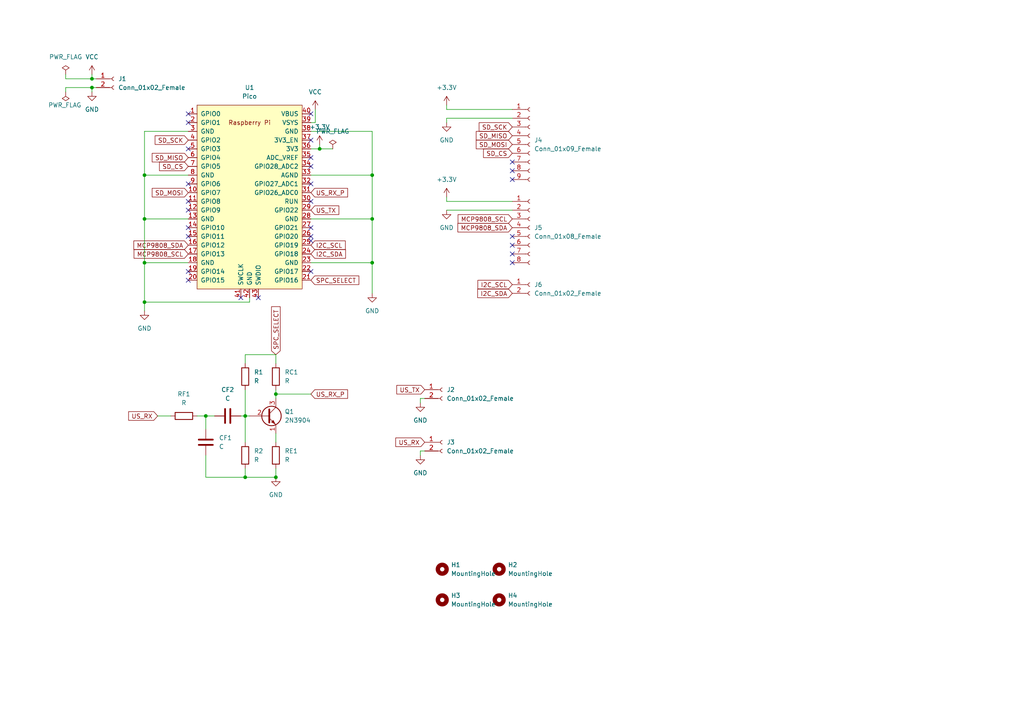
<source format=kicad_sch>
(kicad_sch (version 20211123) (generator eeschema)

  (uuid 72700ad0-64d5-4867-8448-a1808b55a20d)

  (paper "A4")

  (lib_symbols
    (symbol "Connector:Conn_01x02_Female" (pin_names (offset 1.016) hide) (in_bom yes) (on_board yes)
      (property "Reference" "J" (id 0) (at 0 2.54 0)
        (effects (font (size 1.27 1.27)))
      )
      (property "Value" "Conn_01x02_Female" (id 1) (at 0 -5.08 0)
        (effects (font (size 1.27 1.27)))
      )
      (property "Footprint" "" (id 2) (at 0 0 0)
        (effects (font (size 1.27 1.27)) hide)
      )
      (property "Datasheet" "~" (id 3) (at 0 0 0)
        (effects (font (size 1.27 1.27)) hide)
      )
      (property "ki_keywords" "connector" (id 4) (at 0 0 0)
        (effects (font (size 1.27 1.27)) hide)
      )
      (property "ki_description" "Generic connector, single row, 01x02, script generated (kicad-library-utils/schlib/autogen/connector/)" (id 5) (at 0 0 0)
        (effects (font (size 1.27 1.27)) hide)
      )
      (property "ki_fp_filters" "Connector*:*_1x??_*" (id 6) (at 0 0 0)
        (effects (font (size 1.27 1.27)) hide)
      )
      (symbol "Conn_01x02_Female_1_1"
        (arc (start 0 -2.032) (mid -0.508 -2.54) (end 0 -3.048)
          (stroke (width 0.1524) (type default) (color 0 0 0 0))
          (fill (type none))
        )
        (polyline
          (pts
            (xy -1.27 -2.54)
            (xy -0.508 -2.54)
          )
          (stroke (width 0.1524) (type default) (color 0 0 0 0))
          (fill (type none))
        )
        (polyline
          (pts
            (xy -1.27 0)
            (xy -0.508 0)
          )
          (stroke (width 0.1524) (type default) (color 0 0 0 0))
          (fill (type none))
        )
        (arc (start 0 0.508) (mid -0.508 0) (end 0 -0.508)
          (stroke (width 0.1524) (type default) (color 0 0 0 0))
          (fill (type none))
        )
        (pin passive line (at -5.08 0 0) (length 3.81)
          (name "Pin_1" (effects (font (size 1.27 1.27))))
          (number "1" (effects (font (size 1.27 1.27))))
        )
        (pin passive line (at -5.08 -2.54 0) (length 3.81)
          (name "Pin_2" (effects (font (size 1.27 1.27))))
          (number "2" (effects (font (size 1.27 1.27))))
        )
      )
    )
    (symbol "Connector:Conn_01x08_Female" (pin_names (offset 1.016) hide) (in_bom yes) (on_board yes)
      (property "Reference" "J" (id 0) (at 0 10.16 0)
        (effects (font (size 1.27 1.27)))
      )
      (property "Value" "Conn_01x08_Female" (id 1) (at 0 -12.7 0)
        (effects (font (size 1.27 1.27)))
      )
      (property "Footprint" "" (id 2) (at 0 0 0)
        (effects (font (size 1.27 1.27)) hide)
      )
      (property "Datasheet" "~" (id 3) (at 0 0 0)
        (effects (font (size 1.27 1.27)) hide)
      )
      (property "ki_keywords" "connector" (id 4) (at 0 0 0)
        (effects (font (size 1.27 1.27)) hide)
      )
      (property "ki_description" "Generic connector, single row, 01x08, script generated (kicad-library-utils/schlib/autogen/connector/)" (id 5) (at 0 0 0)
        (effects (font (size 1.27 1.27)) hide)
      )
      (property "ki_fp_filters" "Connector*:*_1x??_*" (id 6) (at 0 0 0)
        (effects (font (size 1.27 1.27)) hide)
      )
      (symbol "Conn_01x08_Female_1_1"
        (arc (start 0 -9.652) (mid -0.508 -10.16) (end 0 -10.668)
          (stroke (width 0.1524) (type default) (color 0 0 0 0))
          (fill (type none))
        )
        (arc (start 0 -7.112) (mid -0.508 -7.62) (end 0 -8.128)
          (stroke (width 0.1524) (type default) (color 0 0 0 0))
          (fill (type none))
        )
        (arc (start 0 -4.572) (mid -0.508 -5.08) (end 0 -5.588)
          (stroke (width 0.1524) (type default) (color 0 0 0 0))
          (fill (type none))
        )
        (arc (start 0 -2.032) (mid -0.508 -2.54) (end 0 -3.048)
          (stroke (width 0.1524) (type default) (color 0 0 0 0))
          (fill (type none))
        )
        (polyline
          (pts
            (xy -1.27 -10.16)
            (xy -0.508 -10.16)
          )
          (stroke (width 0.1524) (type default) (color 0 0 0 0))
          (fill (type none))
        )
        (polyline
          (pts
            (xy -1.27 -7.62)
            (xy -0.508 -7.62)
          )
          (stroke (width 0.1524) (type default) (color 0 0 0 0))
          (fill (type none))
        )
        (polyline
          (pts
            (xy -1.27 -5.08)
            (xy -0.508 -5.08)
          )
          (stroke (width 0.1524) (type default) (color 0 0 0 0))
          (fill (type none))
        )
        (polyline
          (pts
            (xy -1.27 -2.54)
            (xy -0.508 -2.54)
          )
          (stroke (width 0.1524) (type default) (color 0 0 0 0))
          (fill (type none))
        )
        (polyline
          (pts
            (xy -1.27 0)
            (xy -0.508 0)
          )
          (stroke (width 0.1524) (type default) (color 0 0 0 0))
          (fill (type none))
        )
        (polyline
          (pts
            (xy -1.27 2.54)
            (xy -0.508 2.54)
          )
          (stroke (width 0.1524) (type default) (color 0 0 0 0))
          (fill (type none))
        )
        (polyline
          (pts
            (xy -1.27 5.08)
            (xy -0.508 5.08)
          )
          (stroke (width 0.1524) (type default) (color 0 0 0 0))
          (fill (type none))
        )
        (polyline
          (pts
            (xy -1.27 7.62)
            (xy -0.508 7.62)
          )
          (stroke (width 0.1524) (type default) (color 0 0 0 0))
          (fill (type none))
        )
        (arc (start 0 0.508) (mid -0.508 0) (end 0 -0.508)
          (stroke (width 0.1524) (type default) (color 0 0 0 0))
          (fill (type none))
        )
        (arc (start 0 3.048) (mid -0.508 2.54) (end 0 2.032)
          (stroke (width 0.1524) (type default) (color 0 0 0 0))
          (fill (type none))
        )
        (arc (start 0 5.588) (mid -0.508 5.08) (end 0 4.572)
          (stroke (width 0.1524) (type default) (color 0 0 0 0))
          (fill (type none))
        )
        (arc (start 0 8.128) (mid -0.508 7.62) (end 0 7.112)
          (stroke (width 0.1524) (type default) (color 0 0 0 0))
          (fill (type none))
        )
        (pin passive line (at -5.08 7.62 0) (length 3.81)
          (name "Pin_1" (effects (font (size 1.27 1.27))))
          (number "1" (effects (font (size 1.27 1.27))))
        )
        (pin passive line (at -5.08 5.08 0) (length 3.81)
          (name "Pin_2" (effects (font (size 1.27 1.27))))
          (number "2" (effects (font (size 1.27 1.27))))
        )
        (pin passive line (at -5.08 2.54 0) (length 3.81)
          (name "Pin_3" (effects (font (size 1.27 1.27))))
          (number "3" (effects (font (size 1.27 1.27))))
        )
        (pin passive line (at -5.08 0 0) (length 3.81)
          (name "Pin_4" (effects (font (size 1.27 1.27))))
          (number "4" (effects (font (size 1.27 1.27))))
        )
        (pin passive line (at -5.08 -2.54 0) (length 3.81)
          (name "Pin_5" (effects (font (size 1.27 1.27))))
          (number "5" (effects (font (size 1.27 1.27))))
        )
        (pin passive line (at -5.08 -5.08 0) (length 3.81)
          (name "Pin_6" (effects (font (size 1.27 1.27))))
          (number "6" (effects (font (size 1.27 1.27))))
        )
        (pin passive line (at -5.08 -7.62 0) (length 3.81)
          (name "Pin_7" (effects (font (size 1.27 1.27))))
          (number "7" (effects (font (size 1.27 1.27))))
        )
        (pin passive line (at -5.08 -10.16 0) (length 3.81)
          (name "Pin_8" (effects (font (size 1.27 1.27))))
          (number "8" (effects (font (size 1.27 1.27))))
        )
      )
    )
    (symbol "Connector:Conn_01x09_Female" (pin_names (offset 1.016) hide) (in_bom yes) (on_board yes)
      (property "Reference" "J" (id 0) (at 0 12.7 0)
        (effects (font (size 1.27 1.27)))
      )
      (property "Value" "Conn_01x09_Female" (id 1) (at 0 -12.7 0)
        (effects (font (size 1.27 1.27)))
      )
      (property "Footprint" "" (id 2) (at 0 0 0)
        (effects (font (size 1.27 1.27)) hide)
      )
      (property "Datasheet" "~" (id 3) (at 0 0 0)
        (effects (font (size 1.27 1.27)) hide)
      )
      (property "ki_keywords" "connector" (id 4) (at 0 0 0)
        (effects (font (size 1.27 1.27)) hide)
      )
      (property "ki_description" "Generic connector, single row, 01x09, script generated (kicad-library-utils/schlib/autogen/connector/)" (id 5) (at 0 0 0)
        (effects (font (size 1.27 1.27)) hide)
      )
      (property "ki_fp_filters" "Connector*:*_1x??_*" (id 6) (at 0 0 0)
        (effects (font (size 1.27 1.27)) hide)
      )
      (symbol "Conn_01x09_Female_1_1"
        (arc (start 0 -9.652) (mid -0.508 -10.16) (end 0 -10.668)
          (stroke (width 0.1524) (type default) (color 0 0 0 0))
          (fill (type none))
        )
        (arc (start 0 -7.112) (mid -0.508 -7.62) (end 0 -8.128)
          (stroke (width 0.1524) (type default) (color 0 0 0 0))
          (fill (type none))
        )
        (arc (start 0 -4.572) (mid -0.508 -5.08) (end 0 -5.588)
          (stroke (width 0.1524) (type default) (color 0 0 0 0))
          (fill (type none))
        )
        (arc (start 0 -2.032) (mid -0.508 -2.54) (end 0 -3.048)
          (stroke (width 0.1524) (type default) (color 0 0 0 0))
          (fill (type none))
        )
        (polyline
          (pts
            (xy -1.27 -10.16)
            (xy -0.508 -10.16)
          )
          (stroke (width 0.1524) (type default) (color 0 0 0 0))
          (fill (type none))
        )
        (polyline
          (pts
            (xy -1.27 -7.62)
            (xy -0.508 -7.62)
          )
          (stroke (width 0.1524) (type default) (color 0 0 0 0))
          (fill (type none))
        )
        (polyline
          (pts
            (xy -1.27 -5.08)
            (xy -0.508 -5.08)
          )
          (stroke (width 0.1524) (type default) (color 0 0 0 0))
          (fill (type none))
        )
        (polyline
          (pts
            (xy -1.27 -2.54)
            (xy -0.508 -2.54)
          )
          (stroke (width 0.1524) (type default) (color 0 0 0 0))
          (fill (type none))
        )
        (polyline
          (pts
            (xy -1.27 0)
            (xy -0.508 0)
          )
          (stroke (width 0.1524) (type default) (color 0 0 0 0))
          (fill (type none))
        )
        (polyline
          (pts
            (xy -1.27 2.54)
            (xy -0.508 2.54)
          )
          (stroke (width 0.1524) (type default) (color 0 0 0 0))
          (fill (type none))
        )
        (polyline
          (pts
            (xy -1.27 5.08)
            (xy -0.508 5.08)
          )
          (stroke (width 0.1524) (type default) (color 0 0 0 0))
          (fill (type none))
        )
        (polyline
          (pts
            (xy -1.27 7.62)
            (xy -0.508 7.62)
          )
          (stroke (width 0.1524) (type default) (color 0 0 0 0))
          (fill (type none))
        )
        (polyline
          (pts
            (xy -1.27 10.16)
            (xy -0.508 10.16)
          )
          (stroke (width 0.1524) (type default) (color 0 0 0 0))
          (fill (type none))
        )
        (arc (start 0 0.508) (mid -0.508 0) (end 0 -0.508)
          (stroke (width 0.1524) (type default) (color 0 0 0 0))
          (fill (type none))
        )
        (arc (start 0 3.048) (mid -0.508 2.54) (end 0 2.032)
          (stroke (width 0.1524) (type default) (color 0 0 0 0))
          (fill (type none))
        )
        (arc (start 0 5.588) (mid -0.508 5.08) (end 0 4.572)
          (stroke (width 0.1524) (type default) (color 0 0 0 0))
          (fill (type none))
        )
        (arc (start 0 8.128) (mid -0.508 7.62) (end 0 7.112)
          (stroke (width 0.1524) (type default) (color 0 0 0 0))
          (fill (type none))
        )
        (arc (start 0 10.668) (mid -0.508 10.16) (end 0 9.652)
          (stroke (width 0.1524) (type default) (color 0 0 0 0))
          (fill (type none))
        )
        (pin passive line (at -5.08 10.16 0) (length 3.81)
          (name "Pin_1" (effects (font (size 1.27 1.27))))
          (number "1" (effects (font (size 1.27 1.27))))
        )
        (pin passive line (at -5.08 7.62 0) (length 3.81)
          (name "Pin_2" (effects (font (size 1.27 1.27))))
          (number "2" (effects (font (size 1.27 1.27))))
        )
        (pin passive line (at -5.08 5.08 0) (length 3.81)
          (name "Pin_3" (effects (font (size 1.27 1.27))))
          (number "3" (effects (font (size 1.27 1.27))))
        )
        (pin passive line (at -5.08 2.54 0) (length 3.81)
          (name "Pin_4" (effects (font (size 1.27 1.27))))
          (number "4" (effects (font (size 1.27 1.27))))
        )
        (pin passive line (at -5.08 0 0) (length 3.81)
          (name "Pin_5" (effects (font (size 1.27 1.27))))
          (number "5" (effects (font (size 1.27 1.27))))
        )
        (pin passive line (at -5.08 -2.54 0) (length 3.81)
          (name "Pin_6" (effects (font (size 1.27 1.27))))
          (number "6" (effects (font (size 1.27 1.27))))
        )
        (pin passive line (at -5.08 -5.08 0) (length 3.81)
          (name "Pin_7" (effects (font (size 1.27 1.27))))
          (number "7" (effects (font (size 1.27 1.27))))
        )
        (pin passive line (at -5.08 -7.62 0) (length 3.81)
          (name "Pin_8" (effects (font (size 1.27 1.27))))
          (number "8" (effects (font (size 1.27 1.27))))
        )
        (pin passive line (at -5.08 -10.16 0) (length 3.81)
          (name "Pin_9" (effects (font (size 1.27 1.27))))
          (number "9" (effects (font (size 1.27 1.27))))
        )
      )
    )
    (symbol "Device:C" (pin_numbers hide) (pin_names (offset 0.254)) (in_bom yes) (on_board yes)
      (property "Reference" "C" (id 0) (at 0.635 2.54 0)
        (effects (font (size 1.27 1.27)) (justify left))
      )
      (property "Value" "C" (id 1) (at 0.635 -2.54 0)
        (effects (font (size 1.27 1.27)) (justify left))
      )
      (property "Footprint" "" (id 2) (at 0.9652 -3.81 0)
        (effects (font (size 1.27 1.27)) hide)
      )
      (property "Datasheet" "~" (id 3) (at 0 0 0)
        (effects (font (size 1.27 1.27)) hide)
      )
      (property "ki_keywords" "cap capacitor" (id 4) (at 0 0 0)
        (effects (font (size 1.27 1.27)) hide)
      )
      (property "ki_description" "Unpolarized capacitor" (id 5) (at 0 0 0)
        (effects (font (size 1.27 1.27)) hide)
      )
      (property "ki_fp_filters" "C_*" (id 6) (at 0 0 0)
        (effects (font (size 1.27 1.27)) hide)
      )
      (symbol "C_0_1"
        (polyline
          (pts
            (xy -2.032 -0.762)
            (xy 2.032 -0.762)
          )
          (stroke (width 0.508) (type default) (color 0 0 0 0))
          (fill (type none))
        )
        (polyline
          (pts
            (xy -2.032 0.762)
            (xy 2.032 0.762)
          )
          (stroke (width 0.508) (type default) (color 0 0 0 0))
          (fill (type none))
        )
      )
      (symbol "C_1_1"
        (pin passive line (at 0 3.81 270) (length 2.794)
          (name "~" (effects (font (size 1.27 1.27))))
          (number "1" (effects (font (size 1.27 1.27))))
        )
        (pin passive line (at 0 -3.81 90) (length 2.794)
          (name "~" (effects (font (size 1.27 1.27))))
          (number "2" (effects (font (size 1.27 1.27))))
        )
      )
    )
    (symbol "Device:R" (pin_numbers hide) (pin_names (offset 0)) (in_bom yes) (on_board yes)
      (property "Reference" "R" (id 0) (at 2.032 0 90)
        (effects (font (size 1.27 1.27)))
      )
      (property "Value" "R" (id 1) (at 0 0 90)
        (effects (font (size 1.27 1.27)))
      )
      (property "Footprint" "" (id 2) (at -1.778 0 90)
        (effects (font (size 1.27 1.27)) hide)
      )
      (property "Datasheet" "~" (id 3) (at 0 0 0)
        (effects (font (size 1.27 1.27)) hide)
      )
      (property "ki_keywords" "R res resistor" (id 4) (at 0 0 0)
        (effects (font (size 1.27 1.27)) hide)
      )
      (property "ki_description" "Resistor" (id 5) (at 0 0 0)
        (effects (font (size 1.27 1.27)) hide)
      )
      (property "ki_fp_filters" "R_*" (id 6) (at 0 0 0)
        (effects (font (size 1.27 1.27)) hide)
      )
      (symbol "R_0_1"
        (rectangle (start -1.016 -2.54) (end 1.016 2.54)
          (stroke (width 0.254) (type default) (color 0 0 0 0))
          (fill (type none))
        )
      )
      (symbol "R_1_1"
        (pin passive line (at 0 3.81 270) (length 1.27)
          (name "~" (effects (font (size 1.27 1.27))))
          (number "1" (effects (font (size 1.27 1.27))))
        )
        (pin passive line (at 0 -3.81 90) (length 1.27)
          (name "~" (effects (font (size 1.27 1.27))))
          (number "2" (effects (font (size 1.27 1.27))))
        )
      )
    )
    (symbol "Mechanical:MountingHole" (pin_names (offset 1.016)) (in_bom yes) (on_board yes)
      (property "Reference" "H" (id 0) (at 0 5.08 0)
        (effects (font (size 1.27 1.27)))
      )
      (property "Value" "MountingHole" (id 1) (at 0 3.175 0)
        (effects (font (size 1.27 1.27)))
      )
      (property "Footprint" "" (id 2) (at 0 0 0)
        (effects (font (size 1.27 1.27)) hide)
      )
      (property "Datasheet" "~" (id 3) (at 0 0 0)
        (effects (font (size 1.27 1.27)) hide)
      )
      (property "ki_keywords" "mounting hole" (id 4) (at 0 0 0)
        (effects (font (size 1.27 1.27)) hide)
      )
      (property "ki_description" "Mounting Hole without connection" (id 5) (at 0 0 0)
        (effects (font (size 1.27 1.27)) hide)
      )
      (property "ki_fp_filters" "MountingHole*" (id 6) (at 0 0 0)
        (effects (font (size 1.27 1.27)) hide)
      )
      (symbol "MountingHole_0_1"
        (circle (center 0 0) (radius 1.27)
          (stroke (width 1.27) (type default) (color 0 0 0 0))
          (fill (type none))
        )
      )
    )
    (symbol "RPi_Pico:Pico" (pin_names (offset 1.016)) (in_bom yes) (on_board yes)
      (property "Reference" "U" (id 0) (at -13.97 27.94 0)
        (effects (font (size 1.27 1.27)))
      )
      (property "Value" "Pico" (id 1) (at 0 19.05 0)
        (effects (font (size 1.27 1.27)))
      )
      (property "Footprint" "RPi_Pico:RPi_Pico_SMD_TH" (id 2) (at 0 0 90)
        (effects (font (size 1.27 1.27)) hide)
      )
      (property "Datasheet" "" (id 3) (at 0 0 0)
        (effects (font (size 1.27 1.27)) hide)
      )
      (symbol "Pico_0_0"
        (text "Raspberry Pi" (at 0 21.59 0)
          (effects (font (size 1.27 1.27)))
        )
      )
      (symbol "Pico_0_1"
        (rectangle (start -15.24 26.67) (end 15.24 -26.67)
          (stroke (width 0) (type default) (color 0 0 0 0))
          (fill (type background))
        )
      )
      (symbol "Pico_1_1"
        (pin bidirectional line (at -17.78 24.13 0) (length 2.54)
          (name "GPIO0" (effects (font (size 1.27 1.27))))
          (number "1" (effects (font (size 1.27 1.27))))
        )
        (pin bidirectional line (at -17.78 1.27 0) (length 2.54)
          (name "GPIO7" (effects (font (size 1.27 1.27))))
          (number "10" (effects (font (size 1.27 1.27))))
        )
        (pin bidirectional line (at -17.78 -1.27 0) (length 2.54)
          (name "GPIO8" (effects (font (size 1.27 1.27))))
          (number "11" (effects (font (size 1.27 1.27))))
        )
        (pin bidirectional line (at -17.78 -3.81 0) (length 2.54)
          (name "GPIO9" (effects (font (size 1.27 1.27))))
          (number "12" (effects (font (size 1.27 1.27))))
        )
        (pin power_in line (at -17.78 -6.35 0) (length 2.54)
          (name "GND" (effects (font (size 1.27 1.27))))
          (number "13" (effects (font (size 1.27 1.27))))
        )
        (pin bidirectional line (at -17.78 -8.89 0) (length 2.54)
          (name "GPIO10" (effects (font (size 1.27 1.27))))
          (number "14" (effects (font (size 1.27 1.27))))
        )
        (pin bidirectional line (at -17.78 -11.43 0) (length 2.54)
          (name "GPIO11" (effects (font (size 1.27 1.27))))
          (number "15" (effects (font (size 1.27 1.27))))
        )
        (pin bidirectional line (at -17.78 -13.97 0) (length 2.54)
          (name "GPIO12" (effects (font (size 1.27 1.27))))
          (number "16" (effects (font (size 1.27 1.27))))
        )
        (pin bidirectional line (at -17.78 -16.51 0) (length 2.54)
          (name "GPIO13" (effects (font (size 1.27 1.27))))
          (number "17" (effects (font (size 1.27 1.27))))
        )
        (pin power_in line (at -17.78 -19.05 0) (length 2.54)
          (name "GND" (effects (font (size 1.27 1.27))))
          (number "18" (effects (font (size 1.27 1.27))))
        )
        (pin bidirectional line (at -17.78 -21.59 0) (length 2.54)
          (name "GPIO14" (effects (font (size 1.27 1.27))))
          (number "19" (effects (font (size 1.27 1.27))))
        )
        (pin bidirectional line (at -17.78 21.59 0) (length 2.54)
          (name "GPIO1" (effects (font (size 1.27 1.27))))
          (number "2" (effects (font (size 1.27 1.27))))
        )
        (pin bidirectional line (at -17.78 -24.13 0) (length 2.54)
          (name "GPIO15" (effects (font (size 1.27 1.27))))
          (number "20" (effects (font (size 1.27 1.27))))
        )
        (pin bidirectional line (at 17.78 -24.13 180) (length 2.54)
          (name "GPIO16" (effects (font (size 1.27 1.27))))
          (number "21" (effects (font (size 1.27 1.27))))
        )
        (pin bidirectional line (at 17.78 -21.59 180) (length 2.54)
          (name "GPIO17" (effects (font (size 1.27 1.27))))
          (number "22" (effects (font (size 1.27 1.27))))
        )
        (pin power_in line (at 17.78 -19.05 180) (length 2.54)
          (name "GND" (effects (font (size 1.27 1.27))))
          (number "23" (effects (font (size 1.27 1.27))))
        )
        (pin bidirectional line (at 17.78 -16.51 180) (length 2.54)
          (name "GPIO18" (effects (font (size 1.27 1.27))))
          (number "24" (effects (font (size 1.27 1.27))))
        )
        (pin bidirectional line (at 17.78 -13.97 180) (length 2.54)
          (name "GPIO19" (effects (font (size 1.27 1.27))))
          (number "25" (effects (font (size 1.27 1.27))))
        )
        (pin bidirectional line (at 17.78 -11.43 180) (length 2.54)
          (name "GPIO20" (effects (font (size 1.27 1.27))))
          (number "26" (effects (font (size 1.27 1.27))))
        )
        (pin bidirectional line (at 17.78 -8.89 180) (length 2.54)
          (name "GPIO21" (effects (font (size 1.27 1.27))))
          (number "27" (effects (font (size 1.27 1.27))))
        )
        (pin power_in line (at 17.78 -6.35 180) (length 2.54)
          (name "GND" (effects (font (size 1.27 1.27))))
          (number "28" (effects (font (size 1.27 1.27))))
        )
        (pin bidirectional line (at 17.78 -3.81 180) (length 2.54)
          (name "GPIO22" (effects (font (size 1.27 1.27))))
          (number "29" (effects (font (size 1.27 1.27))))
        )
        (pin power_in line (at -17.78 19.05 0) (length 2.54)
          (name "GND" (effects (font (size 1.27 1.27))))
          (number "3" (effects (font (size 1.27 1.27))))
        )
        (pin input line (at 17.78 -1.27 180) (length 2.54)
          (name "RUN" (effects (font (size 1.27 1.27))))
          (number "30" (effects (font (size 1.27 1.27))))
        )
        (pin bidirectional line (at 17.78 1.27 180) (length 2.54)
          (name "GPIO26_ADC0" (effects (font (size 1.27 1.27))))
          (number "31" (effects (font (size 1.27 1.27))))
        )
        (pin bidirectional line (at 17.78 3.81 180) (length 2.54)
          (name "GPIO27_ADC1" (effects (font (size 1.27 1.27))))
          (number "32" (effects (font (size 1.27 1.27))))
        )
        (pin power_in line (at 17.78 6.35 180) (length 2.54)
          (name "AGND" (effects (font (size 1.27 1.27))))
          (number "33" (effects (font (size 1.27 1.27))))
        )
        (pin bidirectional line (at 17.78 8.89 180) (length 2.54)
          (name "GPIO28_ADC2" (effects (font (size 1.27 1.27))))
          (number "34" (effects (font (size 1.27 1.27))))
        )
        (pin unspecified line (at 17.78 11.43 180) (length 2.54)
          (name "ADC_VREF" (effects (font (size 1.27 1.27))))
          (number "35" (effects (font (size 1.27 1.27))))
        )
        (pin unspecified line (at 17.78 13.97 180) (length 2.54)
          (name "3V3" (effects (font (size 1.27 1.27))))
          (number "36" (effects (font (size 1.27 1.27))))
        )
        (pin input line (at 17.78 16.51 180) (length 2.54)
          (name "3V3_EN" (effects (font (size 1.27 1.27))))
          (number "37" (effects (font (size 1.27 1.27))))
        )
        (pin bidirectional line (at 17.78 19.05 180) (length 2.54)
          (name "GND" (effects (font (size 1.27 1.27))))
          (number "38" (effects (font (size 1.27 1.27))))
        )
        (pin unspecified line (at 17.78 21.59 180) (length 2.54)
          (name "VSYS" (effects (font (size 1.27 1.27))))
          (number "39" (effects (font (size 1.27 1.27))))
        )
        (pin bidirectional line (at -17.78 16.51 0) (length 2.54)
          (name "GPIO2" (effects (font (size 1.27 1.27))))
          (number "4" (effects (font (size 1.27 1.27))))
        )
        (pin unspecified line (at 17.78 24.13 180) (length 2.54)
          (name "VBUS" (effects (font (size 1.27 1.27))))
          (number "40" (effects (font (size 1.27 1.27))))
        )
        (pin input line (at -2.54 -29.21 90) (length 2.54)
          (name "SWCLK" (effects (font (size 1.27 1.27))))
          (number "41" (effects (font (size 1.27 1.27))))
        )
        (pin power_in line (at 0 -29.21 90) (length 2.54)
          (name "GND" (effects (font (size 1.27 1.27))))
          (number "42" (effects (font (size 1.27 1.27))))
        )
        (pin bidirectional line (at 2.54 -29.21 90) (length 2.54)
          (name "SWDIO" (effects (font (size 1.27 1.27))))
          (number "43" (effects (font (size 1.27 1.27))))
        )
        (pin bidirectional line (at -17.78 13.97 0) (length 2.54)
          (name "GPIO3" (effects (font (size 1.27 1.27))))
          (number "5" (effects (font (size 1.27 1.27))))
        )
        (pin bidirectional line (at -17.78 11.43 0) (length 2.54)
          (name "GPIO4" (effects (font (size 1.27 1.27))))
          (number "6" (effects (font (size 1.27 1.27))))
        )
        (pin bidirectional line (at -17.78 8.89 0) (length 2.54)
          (name "GPIO5" (effects (font (size 1.27 1.27))))
          (number "7" (effects (font (size 1.27 1.27))))
        )
        (pin power_in line (at -17.78 6.35 0) (length 2.54)
          (name "GND" (effects (font (size 1.27 1.27))))
          (number "8" (effects (font (size 1.27 1.27))))
        )
        (pin bidirectional line (at -17.78 3.81 0) (length 2.54)
          (name "GPIO6" (effects (font (size 1.27 1.27))))
          (number "9" (effects (font (size 1.27 1.27))))
        )
      )
    )
    (symbol "Transistor_BJT:2N3904" (pin_names (offset 0) hide) (in_bom yes) (on_board yes)
      (property "Reference" "Q" (id 0) (at 5.08 1.905 0)
        (effects (font (size 1.27 1.27)) (justify left))
      )
      (property "Value" "2N3904" (id 1) (at 5.08 0 0)
        (effects (font (size 1.27 1.27)) (justify left))
      )
      (property "Footprint" "Package_TO_SOT_THT:TO-92_Inline" (id 2) (at 5.08 -1.905 0)
        (effects (font (size 1.27 1.27) italic) (justify left) hide)
      )
      (property "Datasheet" "https://www.onsemi.com/pub/Collateral/2N3903-D.PDF" (id 3) (at 0 0 0)
        (effects (font (size 1.27 1.27)) (justify left) hide)
      )
      (property "ki_keywords" "NPN Transistor" (id 4) (at 0 0 0)
        (effects (font (size 1.27 1.27)) hide)
      )
      (property "ki_description" "0.2A Ic, 40V Vce, Small Signal NPN Transistor, TO-92" (id 5) (at 0 0 0)
        (effects (font (size 1.27 1.27)) hide)
      )
      (property "ki_fp_filters" "TO?92*" (id 6) (at 0 0 0)
        (effects (font (size 1.27 1.27)) hide)
      )
      (symbol "2N3904_0_1"
        (polyline
          (pts
            (xy 0.635 0.635)
            (xy 2.54 2.54)
          )
          (stroke (width 0) (type default) (color 0 0 0 0))
          (fill (type none))
        )
        (polyline
          (pts
            (xy 0.635 -0.635)
            (xy 2.54 -2.54)
            (xy 2.54 -2.54)
          )
          (stroke (width 0) (type default) (color 0 0 0 0))
          (fill (type none))
        )
        (polyline
          (pts
            (xy 0.635 1.905)
            (xy 0.635 -1.905)
            (xy 0.635 -1.905)
          )
          (stroke (width 0.508) (type default) (color 0 0 0 0))
          (fill (type none))
        )
        (polyline
          (pts
            (xy 1.27 -1.778)
            (xy 1.778 -1.27)
            (xy 2.286 -2.286)
            (xy 1.27 -1.778)
            (xy 1.27 -1.778)
          )
          (stroke (width 0) (type default) (color 0 0 0 0))
          (fill (type outline))
        )
        (circle (center 1.27 0) (radius 2.8194)
          (stroke (width 0.254) (type default) (color 0 0 0 0))
          (fill (type none))
        )
      )
      (symbol "2N3904_1_1"
        (pin passive line (at 2.54 -5.08 90) (length 2.54)
          (name "E" (effects (font (size 1.27 1.27))))
          (number "1" (effects (font (size 1.27 1.27))))
        )
        (pin passive line (at -5.08 0 0) (length 5.715)
          (name "B" (effects (font (size 1.27 1.27))))
          (number "2" (effects (font (size 1.27 1.27))))
        )
        (pin passive line (at 2.54 5.08 270) (length 2.54)
          (name "C" (effects (font (size 1.27 1.27))))
          (number "3" (effects (font (size 1.27 1.27))))
        )
      )
    )
    (symbol "power:+3.3V" (power) (pin_names (offset 0)) (in_bom yes) (on_board yes)
      (property "Reference" "#PWR" (id 0) (at 0 -3.81 0)
        (effects (font (size 1.27 1.27)) hide)
      )
      (property "Value" "+3.3V" (id 1) (at 0 3.556 0)
        (effects (font (size 1.27 1.27)))
      )
      (property "Footprint" "" (id 2) (at 0 0 0)
        (effects (font (size 1.27 1.27)) hide)
      )
      (property "Datasheet" "" (id 3) (at 0 0 0)
        (effects (font (size 1.27 1.27)) hide)
      )
      (property "ki_keywords" "power-flag" (id 4) (at 0 0 0)
        (effects (font (size 1.27 1.27)) hide)
      )
      (property "ki_description" "Power symbol creates a global label with name \"+3.3V\"" (id 5) (at 0 0 0)
        (effects (font (size 1.27 1.27)) hide)
      )
      (symbol "+3.3V_0_1"
        (polyline
          (pts
            (xy -0.762 1.27)
            (xy 0 2.54)
          )
          (stroke (width 0) (type default) (color 0 0 0 0))
          (fill (type none))
        )
        (polyline
          (pts
            (xy 0 0)
            (xy 0 2.54)
          )
          (stroke (width 0) (type default) (color 0 0 0 0))
          (fill (type none))
        )
        (polyline
          (pts
            (xy 0 2.54)
            (xy 0.762 1.27)
          )
          (stroke (width 0) (type default) (color 0 0 0 0))
          (fill (type none))
        )
      )
      (symbol "+3.3V_1_1"
        (pin power_in line (at 0 0 90) (length 0) hide
          (name "+3.3V" (effects (font (size 1.27 1.27))))
          (number "1" (effects (font (size 1.27 1.27))))
        )
      )
    )
    (symbol "power:GND" (power) (pin_names (offset 0)) (in_bom yes) (on_board yes)
      (property "Reference" "#PWR" (id 0) (at 0 -6.35 0)
        (effects (font (size 1.27 1.27)) hide)
      )
      (property "Value" "GND" (id 1) (at 0 -3.81 0)
        (effects (font (size 1.27 1.27)))
      )
      (property "Footprint" "" (id 2) (at 0 0 0)
        (effects (font (size 1.27 1.27)) hide)
      )
      (property "Datasheet" "" (id 3) (at 0 0 0)
        (effects (font (size 1.27 1.27)) hide)
      )
      (property "ki_keywords" "power-flag" (id 4) (at 0 0 0)
        (effects (font (size 1.27 1.27)) hide)
      )
      (property "ki_description" "Power symbol creates a global label with name \"GND\" , ground" (id 5) (at 0 0 0)
        (effects (font (size 1.27 1.27)) hide)
      )
      (symbol "GND_0_1"
        (polyline
          (pts
            (xy 0 0)
            (xy 0 -1.27)
            (xy 1.27 -1.27)
            (xy 0 -2.54)
            (xy -1.27 -1.27)
            (xy 0 -1.27)
          )
          (stroke (width 0) (type default) (color 0 0 0 0))
          (fill (type none))
        )
      )
      (symbol "GND_1_1"
        (pin power_in line (at 0 0 270) (length 0) hide
          (name "GND" (effects (font (size 1.27 1.27))))
          (number "1" (effects (font (size 1.27 1.27))))
        )
      )
    )
    (symbol "power:PWR_FLAG" (power) (pin_numbers hide) (pin_names (offset 0) hide) (in_bom yes) (on_board yes)
      (property "Reference" "#FLG" (id 0) (at 0 1.905 0)
        (effects (font (size 1.27 1.27)) hide)
      )
      (property "Value" "PWR_FLAG" (id 1) (at 0 3.81 0)
        (effects (font (size 1.27 1.27)))
      )
      (property "Footprint" "" (id 2) (at 0 0 0)
        (effects (font (size 1.27 1.27)) hide)
      )
      (property "Datasheet" "~" (id 3) (at 0 0 0)
        (effects (font (size 1.27 1.27)) hide)
      )
      (property "ki_keywords" "power-flag" (id 4) (at 0 0 0)
        (effects (font (size 1.27 1.27)) hide)
      )
      (property "ki_description" "Special symbol for telling ERC where power comes from" (id 5) (at 0 0 0)
        (effects (font (size 1.27 1.27)) hide)
      )
      (symbol "PWR_FLAG_0_0"
        (pin power_out line (at 0 0 90) (length 0)
          (name "pwr" (effects (font (size 1.27 1.27))))
          (number "1" (effects (font (size 1.27 1.27))))
        )
      )
      (symbol "PWR_FLAG_0_1"
        (polyline
          (pts
            (xy 0 0)
            (xy 0 1.27)
            (xy -1.016 1.905)
            (xy 0 2.54)
            (xy 1.016 1.905)
            (xy 0 1.27)
          )
          (stroke (width 0) (type default) (color 0 0 0 0))
          (fill (type none))
        )
      )
    )
    (symbol "power:VCC" (power) (pin_names (offset 0)) (in_bom yes) (on_board yes)
      (property "Reference" "#PWR" (id 0) (at 0 -3.81 0)
        (effects (font (size 1.27 1.27)) hide)
      )
      (property "Value" "VCC" (id 1) (at 0 3.81 0)
        (effects (font (size 1.27 1.27)))
      )
      (property "Footprint" "" (id 2) (at 0 0 0)
        (effects (font (size 1.27 1.27)) hide)
      )
      (property "Datasheet" "" (id 3) (at 0 0 0)
        (effects (font (size 1.27 1.27)) hide)
      )
      (property "ki_keywords" "power-flag" (id 4) (at 0 0 0)
        (effects (font (size 1.27 1.27)) hide)
      )
      (property "ki_description" "Power symbol creates a global label with name \"VCC\"" (id 5) (at 0 0 0)
        (effects (font (size 1.27 1.27)) hide)
      )
      (symbol "VCC_0_1"
        (polyline
          (pts
            (xy -0.762 1.27)
            (xy 0 2.54)
          )
          (stroke (width 0) (type default) (color 0 0 0 0))
          (fill (type none))
        )
        (polyline
          (pts
            (xy 0 0)
            (xy 0 2.54)
          )
          (stroke (width 0) (type default) (color 0 0 0 0))
          (fill (type none))
        )
        (polyline
          (pts
            (xy 0 2.54)
            (xy 0.762 1.27)
          )
          (stroke (width 0) (type default) (color 0 0 0 0))
          (fill (type none))
        )
      )
      (symbol "VCC_1_1"
        (pin power_in line (at 0 0 90) (length 0) hide
          (name "VCC" (effects (font (size 1.27 1.27))))
          (number "1" (effects (font (size 1.27 1.27))))
        )
      )
    )
  )

  (junction (at 41.91 63.5) (diameter 0) (color 0 0 0 0)
    (uuid 170e05df-f318-41fc-aa06-b2c26f401272)
  )
  (junction (at 80.01 114.3) (diameter 0) (color 0 0 0 0)
    (uuid 17a8f46e-6606-484e-ad65-a86268e97491)
  )
  (junction (at 107.95 63.5) (diameter 0) (color 0 0 0 0)
    (uuid 199c2bf1-ac24-424a-9236-a6a1721f33eb)
  )
  (junction (at 80.01 138.43) (diameter 0) (color 0 0 0 0)
    (uuid 4d749291-9701-4778-b7b4-da600f95a640)
  )
  (junction (at 41.91 76.2) (diameter 0) (color 0 0 0 0)
    (uuid 6b983426-c818-46de-b559-405f2583ef8b)
  )
  (junction (at 26.67 22.86) (diameter 0) (color 0 0 0 0)
    (uuid 766f1c76-b067-44e8-a001-d6bbe6add3d6)
  )
  (junction (at 71.12 138.43) (diameter 0) (color 0 0 0 0)
    (uuid 8fb77a63-30bf-4bc9-bb21-e3f2ce78295b)
  )
  (junction (at 41.91 50.8) (diameter 0) (color 0 0 0 0)
    (uuid 90d263f9-049b-44f7-93b4-bd6580b91537)
  )
  (junction (at 59.69 120.65) (diameter 0) (color 0 0 0 0)
    (uuid a388bbd5-eb69-4197-b5ee-9b465935d6d4)
  )
  (junction (at 92.71 43.18) (diameter 0) (color 0 0 0 0)
    (uuid c420b0ae-f0ca-4a09-81e0-7a8692ca1c2d)
  )
  (junction (at 41.91 87.63) (diameter 0) (color 0 0 0 0)
    (uuid cb89306c-a158-4609-9233-4f9b7b97a84a)
  )
  (junction (at 26.67 25.4) (diameter 0) (color 0 0 0 0)
    (uuid cf0169f4-317b-4992-b3d5-230411515d46)
  )
  (junction (at 71.12 120.65) (diameter 0) (color 0 0 0 0)
    (uuid efc07681-be11-4566-9cc7-3d59b64e6031)
  )
  (junction (at 107.95 76.2) (diameter 0) (color 0 0 0 0)
    (uuid febd84c6-eb99-4deb-9813-eb2ce1052291)
  )
  (junction (at 107.95 50.8) (diameter 0) (color 0 0 0 0)
    (uuid ff911a61-1792-4b63-a37f-bfaa147f3013)
  )

  (no_connect (at 148.59 52.07) (uuid 075f14c2-1cd0-4b67-87d9-c7f49811451e))
  (no_connect (at 148.59 46.99) (uuid 075f14c2-1cd0-4b67-87d9-c7f49811451f))
  (no_connect (at 148.59 49.53) (uuid 075f14c2-1cd0-4b67-87d9-c7f498114520))
  (no_connect (at 90.17 68.58) (uuid 271e2406-7c25-48b4-a9cb-3414d4540c3a))
  (no_connect (at 69.85 86.36) (uuid 4caf41c2-b19c-49b6-8d1e-677b026e0a2d))
  (no_connect (at 74.93 86.36) (uuid 4caf41c2-b19c-49b6-8d1e-677b026e0a2f))
  (no_connect (at 54.61 35.56) (uuid 902030f0-1594-4d64-b9ac-2fbeb19c8957))
  (no_connect (at 54.61 60.96) (uuid 902030f0-1594-4d64-b9ac-2fbeb19c8958))
  (no_connect (at 54.61 78.74) (uuid 902030f0-1594-4d64-b9ac-2fbeb19c8959))
  (no_connect (at 54.61 81.28) (uuid 902030f0-1594-4d64-b9ac-2fbeb19c895a))
  (no_connect (at 90.17 66.04) (uuid 902030f0-1594-4d64-b9ac-2fbeb19c895b))
  (no_connect (at 90.17 69.85) (uuid 902030f0-1594-4d64-b9ac-2fbeb19c895c))
  (no_connect (at 54.61 43.18) (uuid 97bc6e00-1e6b-4f19-96e2-689f002767a5))
  (no_connect (at 54.61 33.02) (uuid 97bc6e00-1e6b-4f19-96e2-689f002767a6))
  (no_connect (at 90.17 40.64) (uuid 992d1126-782c-48df-97d9-bfe17cecdd91))
  (no_connect (at 54.61 66.04) (uuid 992d1126-782c-48df-97d9-bfe17cecdd92))
  (no_connect (at 54.61 68.58) (uuid 992d1126-782c-48df-97d9-bfe17cecdd93))
  (no_connect (at 90.17 53.34) (uuid 992d1126-782c-48df-97d9-bfe17cecdd96))
  (no_connect (at 90.17 48.26) (uuid 992d1126-782c-48df-97d9-bfe17cecdd97))
  (no_connect (at 90.17 45.72) (uuid 992d1126-782c-48df-97d9-bfe17cecdd98))
  (no_connect (at 90.17 78.74) (uuid 992d1126-782c-48df-97d9-bfe17cecdd9b))
  (no_connect (at 90.17 58.42) (uuid 9dd74071-904f-4964-b98e-f9cc19f9a9ba))
  (no_connect (at 90.17 33.02) (uuid 9f2c3bef-2c0a-4c89-bfdb-83c5a78ba467))
  (no_connect (at 54.61 58.42) (uuid d15bdfd4-dccd-4d1c-b31a-1b68d0bcee67))
  (no_connect (at 54.61 53.34) (uuid d15bdfd4-dccd-4d1c-b31a-1b68d0bcee68))
  (no_connect (at 148.59 68.58) (uuid d15bdfd4-dccd-4d1c-b31a-1b68d0bcee6b))
  (no_connect (at 148.59 71.12) (uuid d15bdfd4-dccd-4d1c-b31a-1b68d0bcee6c))
  (no_connect (at 148.59 73.66) (uuid d15bdfd4-dccd-4d1c-b31a-1b68d0bcee6d))
  (no_connect (at 148.59 76.2) (uuid d15bdfd4-dccd-4d1c-b31a-1b68d0bcee6e))

  (wire (pts (xy 107.95 76.2) (xy 107.95 85.09))
    (stroke (width 0) (type default) (color 0 0 0 0))
    (uuid 08c88ae1-4bea-4242-9612-1a6f59383132)
  )
  (wire (pts (xy 80.01 125.73) (xy 80.01 128.27))
    (stroke (width 0) (type default) (color 0 0 0 0))
    (uuid 09d0c9b4-cc59-4bcf-b70f-6d5bc513792f)
  )
  (wire (pts (xy 121.92 132.08) (xy 121.92 130.81))
    (stroke (width 0) (type default) (color 0 0 0 0))
    (uuid 1703091c-7ec9-434a-ab61-332e6b6ae4f7)
  )
  (wire (pts (xy 121.92 130.81) (xy 123.19 130.81))
    (stroke (width 0) (type default) (color 0 0 0 0))
    (uuid 2012412b-db07-4d48-a6d5-4cd77509384e)
  )
  (wire (pts (xy 27.94 25.4) (xy 26.67 25.4))
    (stroke (width 0) (type default) (color 0 0 0 0))
    (uuid 222bd222-0afd-407d-af34-cd0fa25a91c6)
  )
  (wire (pts (xy 107.95 38.1) (xy 107.95 50.8))
    (stroke (width 0) (type default) (color 0 0 0 0))
    (uuid 230f1b70-68e4-4727-991f-50a78251bd4c)
  )
  (wire (pts (xy 41.91 50.8) (xy 41.91 63.5))
    (stroke (width 0) (type default) (color 0 0 0 0))
    (uuid 24bece8f-718f-4fe0-a807-1a0a87e0177e)
  )
  (wire (pts (xy 80.01 138.43) (xy 80.01 135.89))
    (stroke (width 0) (type default) (color 0 0 0 0))
    (uuid 31764375-b8b4-47ee-8da3-bf22ff393676)
  )
  (wire (pts (xy 41.91 63.5) (xy 41.91 76.2))
    (stroke (width 0) (type default) (color 0 0 0 0))
    (uuid 33f1055f-7be4-49bd-b3aa-04394126ee8a)
  )
  (wire (pts (xy 121.92 116.84) (xy 121.92 115.57))
    (stroke (width 0) (type default) (color 0 0 0 0))
    (uuid 3f1be13f-5883-42bb-b516-27d7b57a0662)
  )
  (wire (pts (xy 90.17 38.1) (xy 107.95 38.1))
    (stroke (width 0) (type default) (color 0 0 0 0))
    (uuid 413bd08c-162a-4bba-b159-d3a949a0498a)
  )
  (wire (pts (xy 54.61 38.1) (xy 41.91 38.1))
    (stroke (width 0) (type default) (color 0 0 0 0))
    (uuid 467e5df9-5891-457e-a914-90b2edabb94d)
  )
  (wire (pts (xy 71.12 120.65) (xy 72.39 120.65))
    (stroke (width 0) (type default) (color 0 0 0 0))
    (uuid 4a50b7bf-4e46-4f47-8fdb-2640ce6abe79)
  )
  (wire (pts (xy 129.54 30.48) (xy 129.54 31.75))
    (stroke (width 0) (type default) (color 0 0 0 0))
    (uuid 4ac7c67d-d4d5-4132-aadb-5b6f525879eb)
  )
  (wire (pts (xy 27.94 22.86) (xy 26.67 22.86))
    (stroke (width 0) (type default) (color 0 0 0 0))
    (uuid 4e9e7c25-d0ad-48d3-8e8d-dca029b18840)
  )
  (wire (pts (xy 59.69 138.43) (xy 71.12 138.43))
    (stroke (width 0) (type default) (color 0 0 0 0))
    (uuid 51885c8b-5474-4f39-b8d5-dcd5095a1639)
  )
  (wire (pts (xy 26.67 25.4) (xy 26.67 26.67))
    (stroke (width 0) (type default) (color 0 0 0 0))
    (uuid 527e1ed5-dc56-462c-ad70-dfb3c103a038)
  )
  (wire (pts (xy 121.92 115.57) (xy 123.19 115.57))
    (stroke (width 0) (type default) (color 0 0 0 0))
    (uuid 52b1267c-5788-441d-ab71-86052e70f1b6)
  )
  (wire (pts (xy 57.15 120.65) (xy 59.69 120.65))
    (stroke (width 0) (type default) (color 0 0 0 0))
    (uuid 52bc74c9-6137-4462-92ba-c709246d7ad9)
  )
  (wire (pts (xy 148.59 34.29) (xy 129.54 34.29))
    (stroke (width 0) (type default) (color 0 0 0 0))
    (uuid 55a4197e-85d6-4eae-bc93-a07a06468b5c)
  )
  (wire (pts (xy 26.67 25.4) (xy 19.05 25.4))
    (stroke (width 0) (type default) (color 0 0 0 0))
    (uuid 5d17061d-f041-44f9-8876-acc6cb075518)
  )
  (wire (pts (xy 129.54 57.15) (xy 129.54 58.42))
    (stroke (width 0) (type default) (color 0 0 0 0))
    (uuid 5d491149-c5d6-4ed3-8dd2-7137c8c1fff0)
  )
  (wire (pts (xy 59.69 120.65) (xy 59.69 124.46))
    (stroke (width 0) (type default) (color 0 0 0 0))
    (uuid 5df37ebe-0f4f-45d1-b4a9-7d47638d2d02)
  )
  (wire (pts (xy 69.85 120.65) (xy 71.12 120.65))
    (stroke (width 0) (type default) (color 0 0 0 0))
    (uuid 6100edad-ed36-43f4-8b1a-8d3e50a489b4)
  )
  (wire (pts (xy 19.05 25.4) (xy 19.05 26.67))
    (stroke (width 0) (type default) (color 0 0 0 0))
    (uuid 63eb622b-059d-4861-a01a-fb89b311ed43)
  )
  (wire (pts (xy 26.67 21.59) (xy 26.67 22.86))
    (stroke (width 0) (type default) (color 0 0 0 0))
    (uuid 699c9ef4-a7fe-40c6-a1bc-d039aee269e5)
  )
  (wire (pts (xy 41.91 50.8) (xy 54.61 50.8))
    (stroke (width 0) (type default) (color 0 0 0 0))
    (uuid 6c3e0418-6799-48ac-932a-afef3767d68c)
  )
  (wire (pts (xy 148.59 58.42) (xy 129.54 58.42))
    (stroke (width 0) (type default) (color 0 0 0 0))
    (uuid 745edfae-f7c3-4884-8b03-5608a2ecad07)
  )
  (wire (pts (xy 71.12 113.03) (xy 71.12 120.65))
    (stroke (width 0) (type default) (color 0 0 0 0))
    (uuid 784456f7-9ed5-43a4-8e9d-61935c5e2e56)
  )
  (wire (pts (xy 107.95 63.5) (xy 107.95 76.2))
    (stroke (width 0) (type default) (color 0 0 0 0))
    (uuid 78c57a30-572b-473c-a541-59d5dab0e2d8)
  )
  (wire (pts (xy 71.12 138.43) (xy 80.01 138.43))
    (stroke (width 0) (type default) (color 0 0 0 0))
    (uuid 893b7687-44e6-4b28-8759-392c4787b0ad)
  )
  (wire (pts (xy 129.54 34.29) (xy 129.54 35.56))
    (stroke (width 0) (type default) (color 0 0 0 0))
    (uuid 8debe919-0e12-46df-bd6a-0f1aa1a0cbbf)
  )
  (wire (pts (xy 45.72 120.65) (xy 49.53 120.65))
    (stroke (width 0) (type default) (color 0 0 0 0))
    (uuid 97598c16-1526-44dc-989e-cbe07fab406f)
  )
  (wire (pts (xy 90.17 76.2) (xy 107.95 76.2))
    (stroke (width 0) (type default) (color 0 0 0 0))
    (uuid 9c84e2cb-91bc-4b4a-b696-3e7954f60620)
  )
  (wire (pts (xy 72.39 86.36) (xy 72.39 87.63))
    (stroke (width 0) (type default) (color 0 0 0 0))
    (uuid 9cc9deb0-756f-4f42-b69c-4544f527d116)
  )
  (wire (pts (xy 107.95 50.8) (xy 107.95 63.5))
    (stroke (width 0) (type default) (color 0 0 0 0))
    (uuid 9db75255-010c-4b1d-9391-46a5fd972f2f)
  )
  (wire (pts (xy 91.44 31.75) (xy 91.44 35.56))
    (stroke (width 0) (type default) (color 0 0 0 0))
    (uuid a28d9f08-f89d-4c95-b176-f669aabdb92a)
  )
  (wire (pts (xy 92.71 41.91) (xy 92.71 43.18))
    (stroke (width 0) (type default) (color 0 0 0 0))
    (uuid a395dfa4-01b5-41f8-b8bb-d076b26fe721)
  )
  (wire (pts (xy 80.01 114.3) (xy 90.17 114.3))
    (stroke (width 0) (type default) (color 0 0 0 0))
    (uuid a8c39a1c-166b-4b05-b57b-c479b222e121)
  )
  (wire (pts (xy 71.12 135.89) (xy 71.12 138.43))
    (stroke (width 0) (type default) (color 0 0 0 0))
    (uuid ac364556-c38a-4c84-9e53-5616805cc8f1)
  )
  (wire (pts (xy 91.44 35.56) (xy 90.17 35.56))
    (stroke (width 0) (type default) (color 0 0 0 0))
    (uuid ad997f24-8839-42a7-9916-176a63d7ee17)
  )
  (wire (pts (xy 80.01 114.3) (xy 80.01 115.57))
    (stroke (width 0) (type default) (color 0 0 0 0))
    (uuid b0bc8fed-32a1-472e-a701-22085a4f1cf4)
  )
  (wire (pts (xy 41.91 87.63) (xy 41.91 90.17))
    (stroke (width 0) (type default) (color 0 0 0 0))
    (uuid b152c368-8abd-4572-9659-ad688283713d)
  )
  (wire (pts (xy 41.91 76.2) (xy 41.91 87.63))
    (stroke (width 0) (type default) (color 0 0 0 0))
    (uuid bff41752-799a-4f22-a8d0-afb44c7e3bdc)
  )
  (wire (pts (xy 26.67 22.86) (xy 19.05 22.86))
    (stroke (width 0) (type default) (color 0 0 0 0))
    (uuid c17a26f2-8573-4dbc-8db0-82540c93a710)
  )
  (wire (pts (xy 72.39 87.63) (xy 41.91 87.63))
    (stroke (width 0) (type default) (color 0 0 0 0))
    (uuid c18ebb9d-f842-457e-aa15-c2daeccbe437)
  )
  (wire (pts (xy 90.17 63.5) (xy 107.95 63.5))
    (stroke (width 0) (type default) (color 0 0 0 0))
    (uuid c35ba459-b04b-4f76-9b96-c24efdf91811)
  )
  (wire (pts (xy 80.01 102.87) (xy 80.01 105.41))
    (stroke (width 0) (type default) (color 0 0 0 0))
    (uuid c66dbde7-cfd9-4353-8a9f-ddf45a815019)
  )
  (wire (pts (xy 129.54 31.75) (xy 148.59 31.75))
    (stroke (width 0) (type default) (color 0 0 0 0))
    (uuid ca5239f8-706d-419a-a276-02a06a6eef9e)
  )
  (wire (pts (xy 59.69 132.08) (xy 59.69 138.43))
    (stroke (width 0) (type default) (color 0 0 0 0))
    (uuid d1dbebb4-a3bc-406d-a830-a377a1ef3077)
  )
  (wire (pts (xy 41.91 38.1) (xy 41.91 50.8))
    (stroke (width 0) (type default) (color 0 0 0 0))
    (uuid d349f496-2e29-483e-b83b-5a1d52e914bb)
  )
  (wire (pts (xy 129.54 60.96) (xy 148.59 60.96))
    (stroke (width 0) (type default) (color 0 0 0 0))
    (uuid e1e93574-3585-4a76-8148-5e0393ef46bb)
  )
  (wire (pts (xy 19.05 21.59) (xy 19.05 22.86))
    (stroke (width 0) (type default) (color 0 0 0 0))
    (uuid e20cdcd2-5b63-4fb6-947a-084629100d0e)
  )
  (wire (pts (xy 71.12 105.41) (xy 71.12 102.87))
    (stroke (width 0) (type default) (color 0 0 0 0))
    (uuid e2f3529f-85df-42c2-9054-0b5f89551658)
  )
  (wire (pts (xy 90.17 50.8) (xy 107.95 50.8))
    (stroke (width 0) (type default) (color 0 0 0 0))
    (uuid e7160cb8-894a-40ba-9adb-c0e305cab151)
  )
  (wire (pts (xy 92.71 43.18) (xy 96.52 43.18))
    (stroke (width 0) (type default) (color 0 0 0 0))
    (uuid e77d5b48-a9f2-407c-9993-db8034b690f9)
  )
  (wire (pts (xy 71.12 128.27) (xy 71.12 120.65))
    (stroke (width 0) (type default) (color 0 0 0 0))
    (uuid e8d5e564-78ba-4359-88e1-657091e6b05c)
  )
  (wire (pts (xy 92.71 43.18) (xy 90.17 43.18))
    (stroke (width 0) (type default) (color 0 0 0 0))
    (uuid e8eac14e-13ef-4bf7-bf83-8e1b67434df8)
  )
  (wire (pts (xy 41.91 76.2) (xy 54.61 76.2))
    (stroke (width 0) (type default) (color 0 0 0 0))
    (uuid ea1e8caa-6f0e-4416-908b-47b09c2c968b)
  )
  (wire (pts (xy 80.01 113.03) (xy 80.01 114.3))
    (stroke (width 0) (type default) (color 0 0 0 0))
    (uuid ecf72582-e27d-4162-89d3-4c2bc03a0142)
  )
  (wire (pts (xy 41.91 63.5) (xy 54.61 63.5))
    (stroke (width 0) (type default) (color 0 0 0 0))
    (uuid ef5d592c-5dbf-4e49-825b-70ce20826b7f)
  )
  (wire (pts (xy 59.69 120.65) (xy 62.23 120.65))
    (stroke (width 0) (type default) (color 0 0 0 0))
    (uuid f4b07503-ea46-4d9d-bb24-beab85f51f97)
  )
  (wire (pts (xy 71.12 102.87) (xy 80.01 102.87))
    (stroke (width 0) (type default) (color 0 0 0 0))
    (uuid ff6b2203-8ac1-4d78-b6e2-be206891c9c8)
  )

  (global_label "SPC_SELECT" (shape input) (at 80.01 102.87 90) (fields_autoplaced)
    (effects (font (size 1.27 1.27)) (justify left))
    (uuid 0637df28-f4d9-416e-b969-e0ab718ffb6e)
    (property "Intersheet References" "${INTERSHEET_REFS}" (id 0) (at 79.9306 88.9664 90)
      (effects (font (size 1.27 1.27)) (justify left) hide)
    )
  )
  (global_label "I2C_SDA" (shape input) (at 148.59 85.09 180) (fields_autoplaced)
    (effects (font (size 1.27 1.27)) (justify right))
    (uuid 0ae6eea6-ccef-4ba3-a79e-84ad87e3ddea)
    (property "Intersheet References" "${INTERSHEET_REFS}" (id 0) (at 138.5569 85.0106 0)
      (effects (font (size 1.27 1.27)) (justify right) hide)
    )
  )
  (global_label "US_RX_P" (shape input) (at 90.17 114.3 0) (fields_autoplaced)
    (effects (font (size 1.27 1.27)) (justify left))
    (uuid 19b341ce-2c28-4afc-89b2-3567ce791082)
    (property "Intersheet References" "${INTERSHEET_REFS}" (id 0) (at 100.8079 114.2206 0)
      (effects (font (size 1.27 1.27)) (justify left) hide)
    )
  )
  (global_label "SPC_SELECT" (shape input) (at 90.17 81.28 0) (fields_autoplaced)
    (effects (font (size 1.27 1.27)) (justify left))
    (uuid 32aa6b55-4a33-40d8-be3a-2cd0a45a823e)
    (property "Intersheet References" "${INTERSHEET_REFS}" (id 0) (at 104.0736 81.2006 0)
      (effects (font (size 1.27 1.27)) (justify left) hide)
    )
  )
  (global_label "MCP9808_SCL" (shape input) (at 54.61 73.66 180) (fields_autoplaced)
    (effects (font (size 1.27 1.27)) (justify right))
    (uuid 3651d264-9964-4493-8c00-4f2d89194ac3)
    (property "Intersheet References" "${INTERSHEET_REFS}" (id 0) (at 38.8921 73.7394 0)
      (effects (font (size 1.27 1.27)) (justify right) hide)
    )
  )
  (global_label "I2C_SCL" (shape input) (at 90.17 71.12 0) (fields_autoplaced)
    (effects (font (size 1.27 1.27)) (justify left))
    (uuid 5c8007a5-02b7-4ec3-a04e-5dfd2b1016d8)
    (property "Intersheet References" "${INTERSHEET_REFS}" (id 0) (at 100.1426 71.1994 0)
      (effects (font (size 1.27 1.27)) (justify left) hide)
    )
  )
  (global_label "I2C_SCL" (shape input) (at 148.59 82.55 180) (fields_autoplaced)
    (effects (font (size 1.27 1.27)) (justify right))
    (uuid 6251f696-0ff3-4793-8528-b7282164130c)
    (property "Intersheet References" "${INTERSHEET_REFS}" (id 0) (at 138.6174 82.4706 0)
      (effects (font (size 1.27 1.27)) (justify right) hide)
    )
  )
  (global_label "SD_MOSI" (shape input) (at 148.59 41.91 180) (fields_autoplaced)
    (effects (font (size 1.27 1.27)) (justify right))
    (uuid 6630562a-f169-4a40-b144-ec0636aaebc0)
    (property "Intersheet References" "${INTERSHEET_REFS}" (id 0) (at 138.1336 41.8306 0)
      (effects (font (size 1.27 1.27)) (justify right) hide)
    )
  )
  (global_label "US_RX" (shape input) (at 123.19 128.27 180) (fields_autoplaced)
    (effects (font (size 1.27 1.27)) (justify right))
    (uuid 74f9665e-c744-4b6e-afeb-37f1ab19c010)
    (property "Intersheet References" "${INTERSHEET_REFS}" (id 0) (at 114.7898 128.1906 0)
      (effects (font (size 1.27 1.27)) (justify right) hide)
    )
  )
  (global_label "SD_SCK" (shape input) (at 54.61 40.64 180) (fields_autoplaced)
    (effects (font (size 1.27 1.27)) (justify right))
    (uuid 82f97c98-f074-41cb-8b91-e421e8e802cd)
    (property "Intersheet References" "${INTERSHEET_REFS}" (id 0) (at 45.0002 40.5606 0)
      (effects (font (size 1.27 1.27)) (justify right) hide)
    )
  )
  (global_label "SD_CS" (shape input) (at 148.59 44.45 180) (fields_autoplaced)
    (effects (font (size 1.27 1.27)) (justify right))
    (uuid 888c603f-b6b2-4ff7-9757-5a28fd36ddd2)
    (property "Intersheet References" "${INTERSHEET_REFS}" (id 0) (at 140.2502 44.3706 0)
      (effects (font (size 1.27 1.27)) (justify right) hide)
    )
  )
  (global_label "SD_SCK" (shape input) (at 148.59 36.83 180) (fields_autoplaced)
    (effects (font (size 1.27 1.27)) (justify right))
    (uuid 99805afb-dc7d-4de0-a56b-372ea3d553af)
    (property "Intersheet References" "${INTERSHEET_REFS}" (id 0) (at 138.9802 36.7506 0)
      (effects (font (size 1.27 1.27)) (justify right) hide)
    )
  )
  (global_label "SD_MOSI" (shape input) (at 54.61 55.88 180) (fields_autoplaced)
    (effects (font (size 1.27 1.27)) (justify right))
    (uuid b10fde76-51ba-42de-9f16-676e6fc7b773)
    (property "Intersheet References" "${INTERSHEET_REFS}" (id 0) (at 44.1536 55.8006 0)
      (effects (font (size 1.27 1.27)) (justify right) hide)
    )
  )
  (global_label "SD_MISO" (shape input) (at 54.61 45.72 180) (fields_autoplaced)
    (effects (font (size 1.27 1.27)) (justify right))
    (uuid b1810db0-3322-442d-bc30-43052c31a629)
    (property "Intersheet References" "${INTERSHEET_REFS}" (id 0) (at 44.1536 45.6406 0)
      (effects (font (size 1.27 1.27)) (justify right) hide)
    )
  )
  (global_label "US_TX" (shape input) (at 123.19 113.03 180) (fields_autoplaced)
    (effects (font (size 1.27 1.27)) (justify right))
    (uuid b73a7f83-9036-497b-8622-2f349e7d2f03)
    (property "Intersheet References" "${INTERSHEET_REFS}" (id 0) (at 115.0921 112.9506 0)
      (effects (font (size 1.27 1.27)) (justify right) hide)
    )
  )
  (global_label "MCP9808_SDA" (shape input) (at 148.59 66.04 180) (fields_autoplaced)
    (effects (font (size 1.27 1.27)) (justify right))
    (uuid b7a123cd-e390-4d46-8dac-b2213009ffd7)
    (property "Intersheet References" "${INTERSHEET_REFS}" (id 0) (at 132.8117 66.1194 0)
      (effects (font (size 1.27 1.27)) (justify right) hide)
    )
  )
  (global_label "MCP9808_SCL" (shape input) (at 148.59 63.5 180) (fields_autoplaced)
    (effects (font (size 1.27 1.27)) (justify right))
    (uuid d99a84ab-0546-4d8d-9c88-b7949bebb929)
    (property "Intersheet References" "${INTERSHEET_REFS}" (id 0) (at 132.8721 63.4206 0)
      (effects (font (size 1.27 1.27)) (justify right) hide)
    )
  )
  (global_label "US_RX_P" (shape input) (at 90.17 55.88 0) (fields_autoplaced)
    (effects (font (size 1.27 1.27)) (justify left))
    (uuid dbb7a51d-875a-43b9-a792-e366b94b1971)
    (property "Intersheet References" "${INTERSHEET_REFS}" (id 0) (at 100.8079 55.8006 0)
      (effects (font (size 1.27 1.27)) (justify left) hide)
    )
  )
  (global_label "US_TX" (shape input) (at 90.17 60.96 0) (fields_autoplaced)
    (effects (font (size 1.27 1.27)) (justify left))
    (uuid e348a475-71fd-44ad-8513-c499c610035c)
    (property "Intersheet References" "${INTERSHEET_REFS}" (id 0) (at 98.2679 61.0394 0)
      (effects (font (size 1.27 1.27)) (justify left) hide)
    )
  )
  (global_label "SD_MISO" (shape input) (at 148.59 39.37 180) (fields_autoplaced)
    (effects (font (size 1.27 1.27)) (justify right))
    (uuid e7960b8f-d47c-47a0-8d25-5760e7ea3059)
    (property "Intersheet References" "${INTERSHEET_REFS}" (id 0) (at 138.1336 39.2906 0)
      (effects (font (size 1.27 1.27)) (justify right) hide)
    )
  )
  (global_label "SD_CS" (shape input) (at 54.61 48.26 180) (fields_autoplaced)
    (effects (font (size 1.27 1.27)) (justify right))
    (uuid f249f040-cfcc-4b23-bfec-da5fdce632f0)
    (property "Intersheet References" "${INTERSHEET_REFS}" (id 0) (at 46.2702 48.1806 0)
      (effects (font (size 1.27 1.27)) (justify right) hide)
    )
  )
  (global_label "MCP9808_SDA" (shape input) (at 54.61 71.12 180) (fields_autoplaced)
    (effects (font (size 1.27 1.27)) (justify right))
    (uuid f4da6419-51a8-4871-84ce-24b3b8d2d18a)
    (property "Intersheet References" "${INTERSHEET_REFS}" (id 0) (at 38.8317 71.1994 0)
      (effects (font (size 1.27 1.27)) (justify right) hide)
    )
  )
  (global_label "US_RX" (shape input) (at 45.72 120.65 180) (fields_autoplaced)
    (effects (font (size 1.27 1.27)) (justify right))
    (uuid f865b248-fc62-4083-a895-2a8fbf4aa098)
    (property "Intersheet References" "${INTERSHEET_REFS}" (id 0) (at 37.3198 120.5706 0)
      (effects (font (size 1.27 1.27)) (justify right) hide)
    )
  )
  (global_label "I2C_SDA" (shape input) (at 90.17 73.66 0) (fields_autoplaced)
    (effects (font (size 1.27 1.27)) (justify left))
    (uuid fba3bc47-879f-4ff2-b328-69817d957e3c)
    (property "Intersheet References" "${INTERSHEET_REFS}" (id 0) (at 100.2031 73.5806 0)
      (effects (font (size 1.27 1.27)) (justify left) hide)
    )
  )

  (symbol (lib_id "power:GND") (at 121.92 132.08 0) (unit 1)
    (in_bom yes) (on_board yes) (fields_autoplaced)
    (uuid 01235716-3b1b-4379-934e-7c91d7b8a219)
    (property "Reference" "#PWR012" (id 0) (at 121.92 138.43 0)
      (effects (font (size 1.27 1.27)) hide)
    )
    (property "Value" "GND" (id 1) (at 121.92 137.16 0))
    (property "Footprint" "" (id 2) (at 121.92 132.08 0)
      (effects (font (size 1.27 1.27)) hide)
    )
    (property "Datasheet" "" (id 3) (at 121.92 132.08 0)
      (effects (font (size 1.27 1.27)) hide)
    )
    (pin "1" (uuid 73d73056-5249-47ac-851d-ab7bece3ffc8))
  )

  (symbol (lib_id "Device:C") (at 59.69 128.27 0) (unit 1)
    (in_bom yes) (on_board yes) (fields_autoplaced)
    (uuid 05bfc78f-359f-4878-9df3-68d90d5c707c)
    (property "Reference" "CF1" (id 0) (at 63.5 126.9999 0)
      (effects (font (size 1.27 1.27)) (justify left))
    )
    (property "Value" "C" (id 1) (at 63.5 129.5399 0)
      (effects (font (size 1.27 1.27)) (justify left))
    )
    (property "Footprint" "Capacitor_THT:C_Disc_D4.7mm_W2.5mm_P5.00mm" (id 2) (at 60.6552 132.08 0)
      (effects (font (size 1.27 1.27)) hide)
    )
    (property "Datasheet" "~" (id 3) (at 59.69 128.27 0)
      (effects (font (size 1.27 1.27)) hide)
    )
    (pin "1" (uuid e6b6377d-0122-4cb3-aced-a9b2e3c0c29a))
    (pin "2" (uuid 37b2cb4d-b592-4315-b5b9-7f7ada077241))
  )

  (symbol (lib_id "Transistor_BJT:2N3904") (at 77.47 120.65 0) (unit 1)
    (in_bom yes) (on_board yes) (fields_autoplaced)
    (uuid 12b2ceaa-3b85-49f8-8304-8313fd76c973)
    (property "Reference" "Q1" (id 0) (at 82.55 119.3799 0)
      (effects (font (size 1.27 1.27)) (justify left))
    )
    (property "Value" "2N3904" (id 1) (at 82.55 121.9199 0)
      (effects (font (size 1.27 1.27)) (justify left))
    )
    (property "Footprint" "Package_TO_SOT_THT:TO-92_Inline" (id 2) (at 82.55 122.555 0)
      (effects (font (size 1.27 1.27) italic) (justify left) hide)
    )
    (property "Datasheet" "https://www.onsemi.com/pub/Collateral/2N3903-D.PDF" (id 3) (at 77.47 120.65 0)
      (effects (font (size 1.27 1.27)) (justify left) hide)
    )
    (pin "1" (uuid 846889bf-0fad-4a24-93eb-e7f88b57ee4d))
    (pin "2" (uuid 53db2fc0-15f5-49ff-b25b-afbd2805ed57))
    (pin "3" (uuid b15bde4d-efe6-48ca-8f84-332fec141bfa))
  )

  (symbol (lib_id "Connector:Conn_01x02_Female") (at 153.67 82.55 0) (unit 1)
    (in_bom yes) (on_board yes) (fields_autoplaced)
    (uuid 1c492fc6-0481-4797-b205-11d3752eebe8)
    (property "Reference" "J6" (id 0) (at 154.94 82.5499 0)
      (effects (font (size 1.27 1.27)) (justify left))
    )
    (property "Value" "Conn_01x02_Female" (id 1) (at 154.94 85.0899 0)
      (effects (font (size 1.27 1.27)) (justify left))
    )
    (property "Footprint" "Connector_JST:JST_PH_S2B-PH-K_1x02_P2.00mm_Horizontal" (id 2) (at 153.67 82.55 0)
      (effects (font (size 1.27 1.27)) hide)
    )
    (property "Datasheet" "~" (id 3) (at 153.67 82.55 0)
      (effects (font (size 1.27 1.27)) hide)
    )
    (pin "1" (uuid ed0931c8-ac72-4ffa-b54d-6db0ecae60cd))
    (pin "2" (uuid 920077db-0a98-4ac5-b720-36048903c657))
  )

  (symbol (lib_id "power:GND") (at 107.95 85.09 0) (unit 1)
    (in_bom yes) (on_board yes) (fields_autoplaced)
    (uuid 1dc732fe-5142-499a-a445-03d4e3b194d5)
    (property "Reference" "#PWR010" (id 0) (at 107.95 91.44 0)
      (effects (font (size 1.27 1.27)) hide)
    )
    (property "Value" "GND" (id 1) (at 107.95 90.17 0))
    (property "Footprint" "" (id 2) (at 107.95 85.09 0)
      (effects (font (size 1.27 1.27)) hide)
    )
    (property "Datasheet" "" (id 3) (at 107.95 85.09 0)
      (effects (font (size 1.27 1.27)) hide)
    )
    (pin "1" (uuid 57f28c3d-edac-4c57-8181-0ad7845d5efd))
  )

  (symbol (lib_id "Mechanical:MountingHole") (at 144.78 165.1 0) (unit 1)
    (in_bom yes) (on_board yes) (fields_autoplaced)
    (uuid 23b8af8d-f4d6-4be1-8352-6563d2186eb1)
    (property "Reference" "H2" (id 0) (at 147.32 163.8299 0)
      (effects (font (size 1.27 1.27)) (justify left))
    )
    (property "Value" "MountingHole" (id 1) (at 147.32 166.3699 0)
      (effects (font (size 1.27 1.27)) (justify left))
    )
    (property "Footprint" "MountingHole:MountingHole_2.7mm_M2.5" (id 2) (at 144.78 165.1 0)
      (effects (font (size 1.27 1.27)) hide)
    )
    (property "Datasheet" "~" (id 3) (at 144.78 165.1 0)
      (effects (font (size 1.27 1.27)) hide)
    )
  )

  (symbol (lib_id "Mechanical:MountingHole") (at 128.27 173.99 0) (unit 1)
    (in_bom yes) (on_board yes) (fields_autoplaced)
    (uuid 2a073ae4-40b3-4774-bde4-85c7ad9596cb)
    (property "Reference" "H3" (id 0) (at 130.81 172.7199 0)
      (effects (font (size 1.27 1.27)) (justify left))
    )
    (property "Value" "MountingHole" (id 1) (at 130.81 175.2599 0)
      (effects (font (size 1.27 1.27)) (justify left))
    )
    (property "Footprint" "MountingHole:MountingHole_2.7mm_M2.5" (id 2) (at 128.27 173.99 0)
      (effects (font (size 1.27 1.27)) hide)
    )
    (property "Datasheet" "~" (id 3) (at 128.27 173.99 0)
      (effects (font (size 1.27 1.27)) hide)
    )
  )

  (symbol (lib_id "power:GND") (at 129.54 60.96 0) (unit 1)
    (in_bom yes) (on_board yes) (fields_autoplaced)
    (uuid 2ef366b4-365c-429a-b09f-9e634ddc658a)
    (property "Reference" "#PWR08" (id 0) (at 129.54 67.31 0)
      (effects (font (size 1.27 1.27)) hide)
    )
    (property "Value" "GND" (id 1) (at 129.54 66.04 0))
    (property "Footprint" "" (id 2) (at 129.54 60.96 0)
      (effects (font (size 1.27 1.27)) hide)
    )
    (property "Datasheet" "" (id 3) (at 129.54 60.96 0)
      (effects (font (size 1.27 1.27)) hide)
    )
    (pin "1" (uuid 71f810db-2d68-4be7-85f3-30b0db54ef80))
  )

  (symbol (lib_id "power:VCC") (at 91.44 31.75 0) (unit 1)
    (in_bom yes) (on_board yes) (fields_autoplaced)
    (uuid 365dc61c-dbb8-43a6-9f90-4ccd5582ced2)
    (property "Reference" "#PWR02" (id 0) (at 91.44 35.56 0)
      (effects (font (size 1.27 1.27)) hide)
    )
    (property "Value" "VCC" (id 1) (at 91.44 26.67 0))
    (property "Footprint" "" (id 2) (at 91.44 31.75 0)
      (effects (font (size 1.27 1.27)) hide)
    )
    (property "Datasheet" "" (id 3) (at 91.44 31.75 0)
      (effects (font (size 1.27 1.27)) hide)
    )
    (pin "1" (uuid 50f7a68b-0680-4940-878d-d8743d132955))
  )

  (symbol (lib_id "power:GND") (at 80.01 138.43 0) (unit 1)
    (in_bom yes) (on_board yes) (fields_autoplaced)
    (uuid 367c2083-1d1d-4b10-ba38-537d32bb92de)
    (property "Reference" "#PWR013" (id 0) (at 80.01 144.78 0)
      (effects (font (size 1.27 1.27)) hide)
    )
    (property "Value" "GND" (id 1) (at 80.01 143.51 0))
    (property "Footprint" "" (id 2) (at 80.01 138.43 0)
      (effects (font (size 1.27 1.27)) hide)
    )
    (property "Datasheet" "" (id 3) (at 80.01 138.43 0)
      (effects (font (size 1.27 1.27)) hide)
    )
    (pin "1" (uuid f15e19eb-89de-4ba0-9176-fde0a19c472a))
  )

  (symbol (lib_id "power:+3.3V") (at 129.54 57.15 0) (unit 1)
    (in_bom yes) (on_board yes) (fields_autoplaced)
    (uuid 4133fa92-b3f0-4d6d-9aae-6e678837a4f1)
    (property "Reference" "#PWR07" (id 0) (at 129.54 60.96 0)
      (effects (font (size 1.27 1.27)) hide)
    )
    (property "Value" "+3.3V" (id 1) (at 129.54 52.07 0))
    (property "Footprint" "" (id 2) (at 129.54 57.15 0)
      (effects (font (size 1.27 1.27)) hide)
    )
    (property "Datasheet" "" (id 3) (at 129.54 57.15 0)
      (effects (font (size 1.27 1.27)) hide)
    )
    (pin "1" (uuid 8badf6ed-bd9c-4f16-a97d-cc875c5768ac))
  )

  (symbol (lib_id "Connector:Conn_01x02_Female") (at 33.02 22.86 0) (unit 1)
    (in_bom yes) (on_board yes) (fields_autoplaced)
    (uuid 4e664afd-4044-479e-bc46-b93569ff6cf9)
    (property "Reference" "J1" (id 0) (at 34.29 22.8599 0)
      (effects (font (size 1.27 1.27)) (justify left))
    )
    (property "Value" "Conn_01x02_Female" (id 1) (at 34.29 25.3999 0)
      (effects (font (size 1.27 1.27)) (justify left))
    )
    (property "Footprint" "Connector_JST:JST_PH_S2B-PH-K_1x02_P2.00mm_Horizontal" (id 2) (at 33.02 22.86 0)
      (effects (font (size 1.27 1.27)) hide)
    )
    (property "Datasheet" "~" (id 3) (at 33.02 22.86 0)
      (effects (font (size 1.27 1.27)) hide)
    )
    (pin "1" (uuid 8c1ea706-3434-415b-a1a9-20298d35641f))
    (pin "2" (uuid eb3d171b-25df-401a-a1de-7150a7a88ada))
  )

  (symbol (lib_id "power:VCC") (at 26.67 21.59 0) (unit 1)
    (in_bom yes) (on_board yes) (fields_autoplaced)
    (uuid 56b4e96c-ad17-40ae-abce-7eda8a565518)
    (property "Reference" "#PWR01" (id 0) (at 26.67 25.4 0)
      (effects (font (size 1.27 1.27)) hide)
    )
    (property "Value" "VCC" (id 1) (at 26.67 16.51 0))
    (property "Footprint" "" (id 2) (at 26.67 21.59 0)
      (effects (font (size 1.27 1.27)) hide)
    )
    (property "Datasheet" "" (id 3) (at 26.67 21.59 0)
      (effects (font (size 1.27 1.27)) hide)
    )
    (pin "1" (uuid 20187089-45a1-4d1d-970c-4abdd88a8530))
  )

  (symbol (lib_id "Connector:Conn_01x02_Female") (at 128.27 113.03 0) (unit 1)
    (in_bom yes) (on_board yes) (fields_autoplaced)
    (uuid 58e05d88-bf6c-47cb-8ea1-d69d01cbb1d1)
    (property "Reference" "J2" (id 0) (at 129.54 113.0299 0)
      (effects (font (size 1.27 1.27)) (justify left))
    )
    (property "Value" "Conn_01x02_Female" (id 1) (at 129.54 115.5699 0)
      (effects (font (size 1.27 1.27)) (justify left))
    )
    (property "Footprint" "Connector_JST:JST_PH_S2B-PH-K_1x02_P2.00mm_Horizontal" (id 2) (at 128.27 113.03 0)
      (effects (font (size 1.27 1.27)) hide)
    )
    (property "Datasheet" "~" (id 3) (at 128.27 113.03 0)
      (effects (font (size 1.27 1.27)) hide)
    )
    (pin "1" (uuid d4d388b9-303d-41f6-8d61-36e712287e28))
    (pin "2" (uuid 1d2918df-4920-4255-b991-25f0dbbd51f7))
  )

  (symbol (lib_id "Device:R") (at 71.12 109.22 0) (unit 1)
    (in_bom yes) (on_board yes) (fields_autoplaced)
    (uuid 58e45d8c-0dbe-4c8e-9d31-4e01f571d4b0)
    (property "Reference" "R1" (id 0) (at 73.66 107.9499 0)
      (effects (font (size 1.27 1.27)) (justify left))
    )
    (property "Value" "R" (id 1) (at 73.66 110.4899 0)
      (effects (font (size 1.27 1.27)) (justify left))
    )
    (property "Footprint" "Resistor_THT:R_Axial_DIN0411_L9.9mm_D3.6mm_P15.24mm_Horizontal" (id 2) (at 69.342 109.22 90)
      (effects (font (size 1.27 1.27)) hide)
    )
    (property "Datasheet" "~" (id 3) (at 71.12 109.22 0)
      (effects (font (size 1.27 1.27)) hide)
    )
    (pin "1" (uuid 181d1fc4-1687-4caa-98a6-b9604ac7f6d7))
    (pin "2" (uuid 58d52d27-3a41-478a-a16a-e1c612198942))
  )

  (symbol (lib_id "Device:C") (at 66.04 120.65 90) (unit 1)
    (in_bom yes) (on_board yes) (fields_autoplaced)
    (uuid 63b9d203-58c7-42d8-a76b-1f2ccb638fee)
    (property "Reference" "CF2" (id 0) (at 66.04 113.03 90))
    (property "Value" "C" (id 1) (at 66.04 115.57 90))
    (property "Footprint" "Capacitor_THT:C_Disc_D4.7mm_W2.5mm_P5.00mm" (id 2) (at 69.85 119.6848 0)
      (effects (font (size 1.27 1.27)) hide)
    )
    (property "Datasheet" "~" (id 3) (at 66.04 120.65 0)
      (effects (font (size 1.27 1.27)) hide)
    )
    (pin "1" (uuid b8e48432-72e3-43b1-80c1-6db5a5178a7f))
    (pin "2" (uuid fd38b648-70a8-4ba2-82b6-d19f99fe59c4))
  )

  (symbol (lib_id "Mechanical:MountingHole") (at 128.27 165.1 0) (unit 1)
    (in_bom yes) (on_board yes) (fields_autoplaced)
    (uuid 650b60b1-fe1b-4fa9-8e04-436a54a82b81)
    (property "Reference" "H1" (id 0) (at 130.81 163.8299 0)
      (effects (font (size 1.27 1.27)) (justify left))
    )
    (property "Value" "MountingHole" (id 1) (at 130.81 166.3699 0)
      (effects (font (size 1.27 1.27)) (justify left))
    )
    (property "Footprint" "MountingHole:MountingHole_2.7mm_M2.5" (id 2) (at 128.27 165.1 0)
      (effects (font (size 1.27 1.27)) hide)
    )
    (property "Datasheet" "~" (id 3) (at 128.27 165.1 0)
      (effects (font (size 1.27 1.27)) hide)
    )
  )

  (symbol (lib_id "power:GND") (at 41.91 90.17 0) (unit 1)
    (in_bom yes) (on_board yes) (fields_autoplaced)
    (uuid 7053bde8-ba56-42b6-9b50-bc5dad9bcc86)
    (property "Reference" "#PWR09" (id 0) (at 41.91 96.52 0)
      (effects (font (size 1.27 1.27)) hide)
    )
    (property "Value" "GND" (id 1) (at 41.91 95.25 0))
    (property "Footprint" "" (id 2) (at 41.91 90.17 0)
      (effects (font (size 1.27 1.27)) hide)
    )
    (property "Datasheet" "" (id 3) (at 41.91 90.17 0)
      (effects (font (size 1.27 1.27)) hide)
    )
    (pin "1" (uuid 73d1c712-e511-486e-a074-2030f65570b3))
  )

  (symbol (lib_id "Mechanical:MountingHole") (at 144.78 173.99 0) (unit 1)
    (in_bom yes) (on_board yes) (fields_autoplaced)
    (uuid 740d9858-b55f-4cfe-b606-774ea9fefaa5)
    (property "Reference" "H4" (id 0) (at 147.32 172.7199 0)
      (effects (font (size 1.27 1.27)) (justify left))
    )
    (property "Value" "MountingHole" (id 1) (at 147.32 175.2599 0)
      (effects (font (size 1.27 1.27)) (justify left))
    )
    (property "Footprint" "MountingHole:MountingHole_2.7mm_M2.5" (id 2) (at 144.78 173.99 0)
      (effects (font (size 1.27 1.27)) hide)
    )
    (property "Datasheet" "~" (id 3) (at 144.78 173.99 0)
      (effects (font (size 1.27 1.27)) hide)
    )
  )

  (symbol (lib_id "Device:R") (at 80.01 109.22 0) (unit 1)
    (in_bom yes) (on_board yes) (fields_autoplaced)
    (uuid 746a2d27-80df-4d3e-b950-565ef22a04d7)
    (property "Reference" "RC1" (id 0) (at 82.55 107.9499 0)
      (effects (font (size 1.27 1.27)) (justify left))
    )
    (property "Value" "R" (id 1) (at 82.55 110.4899 0)
      (effects (font (size 1.27 1.27)) (justify left))
    )
    (property "Footprint" "Resistor_THT:R_Axial_DIN0411_L9.9mm_D3.6mm_P15.24mm_Horizontal" (id 2) (at 78.232 109.22 90)
      (effects (font (size 1.27 1.27)) hide)
    )
    (property "Datasheet" "~" (id 3) (at 80.01 109.22 0)
      (effects (font (size 1.27 1.27)) hide)
    )
    (pin "1" (uuid c81cc11e-0d71-4803-8576-aea85dd5d8b3))
    (pin "2" (uuid 08fd2822-a891-4110-8a5c-0b84dfa7b7ef))
  )

  (symbol (lib_id "power:GND") (at 121.92 116.84 0) (unit 1)
    (in_bom yes) (on_board yes) (fields_autoplaced)
    (uuid 76c9936a-f0d8-4c9c-a719-1054b7d2eb2b)
    (property "Reference" "#PWR011" (id 0) (at 121.92 123.19 0)
      (effects (font (size 1.27 1.27)) hide)
    )
    (property "Value" "GND" (id 1) (at 121.92 121.92 0))
    (property "Footprint" "" (id 2) (at 121.92 116.84 0)
      (effects (font (size 1.27 1.27)) hide)
    )
    (property "Datasheet" "" (id 3) (at 121.92 116.84 0)
      (effects (font (size 1.27 1.27)) hide)
    )
    (pin "1" (uuid a236f2f1-b7cf-41cb-b6f3-fdbea9a9efbc))
  )

  (symbol (lib_id "Device:R") (at 71.12 132.08 0) (unit 1)
    (in_bom yes) (on_board yes) (fields_autoplaced)
    (uuid 7843b9f1-0e34-4566-b6a6-2515eb86f0ec)
    (property "Reference" "R2" (id 0) (at 73.66 130.8099 0)
      (effects (font (size 1.27 1.27)) (justify left))
    )
    (property "Value" "R" (id 1) (at 73.66 133.3499 0)
      (effects (font (size 1.27 1.27)) (justify left))
    )
    (property "Footprint" "Resistor_THT:R_Axial_DIN0411_L9.9mm_D3.6mm_P15.24mm_Horizontal" (id 2) (at 69.342 132.08 90)
      (effects (font (size 1.27 1.27)) hide)
    )
    (property "Datasheet" "~" (id 3) (at 71.12 132.08 0)
      (effects (font (size 1.27 1.27)) hide)
    )
    (pin "1" (uuid 40754dd3-a9e3-420c-b34b-ccfc7ba18c59))
    (pin "2" (uuid 3fd4a798-6450-417f-8f15-e3055c0bf2ef))
  )

  (symbol (lib_id "Connector:Conn_01x02_Female") (at 128.27 128.27 0) (unit 1)
    (in_bom yes) (on_board yes) (fields_autoplaced)
    (uuid 7b20761a-6bb3-44f1-80ea-f436f016f14d)
    (property "Reference" "J3" (id 0) (at 129.54 128.2699 0)
      (effects (font (size 1.27 1.27)) (justify left))
    )
    (property "Value" "Conn_01x02_Female" (id 1) (at 129.54 130.8099 0)
      (effects (font (size 1.27 1.27)) (justify left))
    )
    (property "Footprint" "Connector_JST:JST_PH_S2B-PH-K_1x02_P2.00mm_Horizontal" (id 2) (at 128.27 128.27 0)
      (effects (font (size 1.27 1.27)) hide)
    )
    (property "Datasheet" "~" (id 3) (at 128.27 128.27 0)
      (effects (font (size 1.27 1.27)) hide)
    )
    (pin "1" (uuid 030d4346-42b5-4c62-b4bf-facf69794c07))
    (pin "2" (uuid 7341b135-2b94-47bd-b9f7-e80c320654bc))
  )

  (symbol (lib_id "Device:R") (at 80.01 132.08 0) (unit 1)
    (in_bom yes) (on_board yes) (fields_autoplaced)
    (uuid 90d99fda-01ee-4a6f-b03d-714c4ef22866)
    (property "Reference" "RE1" (id 0) (at 82.55 130.8099 0)
      (effects (font (size 1.27 1.27)) (justify left))
    )
    (property "Value" "R" (id 1) (at 82.55 133.3499 0)
      (effects (font (size 1.27 1.27)) (justify left))
    )
    (property "Footprint" "Resistor_THT:R_Axial_DIN0411_L9.9mm_D3.6mm_P15.24mm_Horizontal" (id 2) (at 78.232 132.08 90)
      (effects (font (size 1.27 1.27)) hide)
    )
    (property "Datasheet" "~" (id 3) (at 80.01 132.08 0)
      (effects (font (size 1.27 1.27)) hide)
    )
    (pin "1" (uuid 26af6e75-ae90-415e-bf20-5bb0c83a9048))
    (pin "2" (uuid 8696f8f5-1850-4ea4-a04b-4e14719d64bd))
  )

  (symbol (lib_id "power:GND") (at 129.54 35.56 0) (unit 1)
    (in_bom yes) (on_board yes) (fields_autoplaced)
    (uuid 92446752-483b-46ef-bfee-122038ad5445)
    (property "Reference" "#PWR06" (id 0) (at 129.54 41.91 0)
      (effects (font (size 1.27 1.27)) hide)
    )
    (property "Value" "GND" (id 1) (at 129.54 40.64 0))
    (property "Footprint" "" (id 2) (at 129.54 35.56 0)
      (effects (font (size 1.27 1.27)) hide)
    )
    (property "Datasheet" "" (id 3) (at 129.54 35.56 0)
      (effects (font (size 1.27 1.27)) hide)
    )
    (pin "1" (uuid ca2fb106-4576-4628-9bef-9127801cfa0a))
  )

  (symbol (lib_id "power:+3.3V") (at 92.71 41.91 0) (unit 1)
    (in_bom yes) (on_board yes) (fields_autoplaced)
    (uuid a1edd5b7-8251-41e8-8916-98e365a67284)
    (property "Reference" "#PWR05" (id 0) (at 92.71 45.72 0)
      (effects (font (size 1.27 1.27)) hide)
    )
    (property "Value" "+3.3V" (id 1) (at 92.71 36.83 0))
    (property "Footprint" "" (id 2) (at 92.71 41.91 0)
      (effects (font (size 1.27 1.27)) hide)
    )
    (property "Datasheet" "" (id 3) (at 92.71 41.91 0)
      (effects (font (size 1.27 1.27)) hide)
    )
    (pin "1" (uuid 1e1ec289-c15d-4741-8f53-db99780e1184))
  )

  (symbol (lib_id "Connector:Conn_01x08_Female") (at 153.67 66.04 0) (unit 1)
    (in_bom yes) (on_board yes) (fields_autoplaced)
    (uuid adcbe22c-4ad0-448b-bc42-08f699515d40)
    (property "Reference" "J5" (id 0) (at 154.94 66.0399 0)
      (effects (font (size 1.27 1.27)) (justify left))
    )
    (property "Value" "Conn_01x08_Female" (id 1) (at 154.94 68.5799 0)
      (effects (font (size 1.27 1.27)) (justify left))
    )
    (property "Footprint" "Connector_PinHeader_2.54mm:PinHeader_1x08_P2.54mm_Vertical" (id 2) (at 153.67 66.04 0)
      (effects (font (size 1.27 1.27)) hide)
    )
    (property "Datasheet" "~" (id 3) (at 153.67 66.04 0)
      (effects (font (size 1.27 1.27)) hide)
    )
    (pin "1" (uuid 80647fcd-f65d-49cf-a5ea-99064ffc24ad))
    (pin "2" (uuid 6d697dc6-7813-468f-9b79-fc36aac9cb0d))
    (pin "3" (uuid 88fa6623-081f-47ef-9fc9-4414b0a7770c))
    (pin "4" (uuid d05f72f1-4866-4e86-8a5c-6c067cc722af))
    (pin "5" (uuid 4cd33de1-11d3-4578-baf4-8139018e8772))
    (pin "6" (uuid d8260046-27de-4e66-bf71-c113b4111d35))
    (pin "7" (uuid 8be52073-85ea-46e9-a95c-30ef1f1893c3))
    (pin "8" (uuid 59718359-4f61-4971-9ee2-141998959b16))
  )

  (symbol (lib_id "Connector:Conn_01x09_Female") (at 153.67 41.91 0) (unit 1)
    (in_bom yes) (on_board yes) (fields_autoplaced)
    (uuid b1a420e1-cb39-49d5-96d4-4cc69541d41b)
    (property "Reference" "J4" (id 0) (at 154.94 40.6399 0)
      (effects (font (size 1.27 1.27)) (justify left))
    )
    (property "Value" "Conn_01x09_Female" (id 1) (at 154.94 43.1799 0)
      (effects (font (size 1.27 1.27)) (justify left))
    )
    (property "Footprint" "Connector_PinHeader_2.54mm:PinHeader_1x09_P2.54mm_Vertical" (id 2) (at 153.67 41.91 0)
      (effects (font (size 1.27 1.27)) hide)
    )
    (property "Datasheet" "~" (id 3) (at 153.67 41.91 0)
      (effects (font (size 1.27 1.27)) hide)
    )
    (pin "1" (uuid 82cff748-9fcc-424b-b9d3-cb03e9f57998))
    (pin "2" (uuid 6da006b7-1268-4806-ae71-6d161a5897ea))
    (pin "3" (uuid a99684a9-d0e2-4140-b669-12ba69aa740a))
    (pin "4" (uuid 3932be79-7cb5-4414-b413-4b651dfe7750))
    (pin "5" (uuid fa38e565-d032-4579-a8d3-a0e6eb75ba76))
    (pin "6" (uuid ef1fc6d0-3a38-45a1-bf54-ea000c962ba8))
    (pin "7" (uuid 901d83e7-1702-4d09-b7b1-b5e9ced5b2b9))
    (pin "8" (uuid 55d0d00c-c9a8-4d87-a36b-fca97d03b975))
    (pin "9" (uuid 9cd39e93-6ef5-41d9-8a5a-b8b759e14ba4))
  )

  (symbol (lib_id "RPi_Pico:Pico") (at 72.39 57.15 0) (unit 1)
    (in_bom yes) (on_board yes) (fields_autoplaced)
    (uuid c2621f22-736b-4cf8-b8e8-44a92152d7f3)
    (property "Reference" "U1" (id 0) (at 72.39 25.4 0))
    (property "Value" "Pico" (id 1) (at 72.39 27.94 0))
    (property "Footprint" "Rpi_pico:RPi_Pico_SMD_TH" (id 2) (at 72.39 57.15 90)
      (effects (font (size 1.27 1.27)) hide)
    )
    (property "Datasheet" "" (id 3) (at 72.39 57.15 0)
      (effects (font (size 1.27 1.27)) hide)
    )
    (pin "1" (uuid d46483c0-e44b-4a43-8258-015d982544c8))
    (pin "10" (uuid 12e5726f-5382-40dd-8376-5a7fdd04681d))
    (pin "11" (uuid 2f44867e-175f-4ca4-b336-30c0a51fe372))
    (pin "12" (uuid 96e95447-fdda-4967-8a90-5e7b1169d175))
    (pin "13" (uuid bc293abc-9dec-4a9f-bee1-4566a5f82420))
    (pin "14" (uuid 570afa6e-564b-4d4a-8ed3-fa62cd0becf1))
    (pin "15" (uuid dac403e1-793c-4123-b587-160e726b810b))
    (pin "16" (uuid ed6f5691-3651-453e-9796-4c2ffefcbb59))
    (pin "17" (uuid 635fd8d7-f0c9-456a-9061-f544156d9be4))
    (pin "18" (uuid 04705f72-8019-417f-ae9c-1acb35f60da2))
    (pin "19" (uuid f5c0a60f-1d0b-4a09-bec4-e5e58a786354))
    (pin "2" (uuid bd27abbf-8c46-4b83-940f-a6fc0a1badd6))
    (pin "20" (uuid a115f75d-ea84-45e2-a326-f3006a482dc8))
    (pin "21" (uuid 534b9b59-70a3-4735-acbc-0c61f4f3a9c5))
    (pin "22" (uuid a40306c9-f1d5-4e3b-aee2-8ec9f791be45))
    (pin "23" (uuid 1eebdd7c-627f-41da-92f8-97150759a8a6))
    (pin "24" (uuid f3b804b3-e4d4-4b95-bc27-a46e109af150))
    (pin "25" (uuid b277b917-7680-428f-bf4c-2385031cacc5))
    (pin "26" (uuid 9e8269c0-3979-4883-b107-e4c03e0bf031))
    (pin "27" (uuid 6e48597a-ec2b-440b-b264-a70efff684ae))
    (pin "28" (uuid 3603919c-87fb-4611-8fba-6250667cfdee))
    (pin "29" (uuid 18639e09-95c3-413d-a2e9-675827e3c622))
    (pin "3" (uuid 04896fa0-99c6-42e5-b87a-3b97babbe9ed))
    (pin "30" (uuid f7fc03cd-2572-4d6b-b9ed-6244504e705b))
    (pin "31" (uuid e6d9616a-db81-4675-8a16-1a5d4624fd6e))
    (pin "32" (uuid fb9013da-0f00-43cf-ab22-62843ded1008))
    (pin "33" (uuid 139209a7-20f2-4401-9fb2-dc10a481bb08))
    (pin "34" (uuid fe5190e2-d30b-4ccc-9d6b-17302a10ede3))
    (pin "35" (uuid d235fe68-7309-407b-8134-c7982ea60d70))
    (pin "36" (uuid 544a0062-77ef-4e07-a2bd-d39733210568))
    (pin "37" (uuid 17b55bd8-4d3b-48e7-837c-27586b26f5d1))
    (pin "38" (uuid 62b56dea-b87e-4441-87e0-03d1f8ffdeab))
    (pin "39" (uuid ed560dfa-179c-413e-92de-2542a6f5addc))
    (pin "4" (uuid 280cab0f-5411-4d50-9519-08264e95eff9))
    (pin "40" (uuid 8912ca54-df0c-4be7-96a4-110d4ab52afb))
    (pin "41" (uuid 1fcac65d-5d24-48c9-9edf-f9084adfda85))
    (pin "42" (uuid 35012e11-c74c-49e5-9b42-088856785bb1))
    (pin "43" (uuid f3cdaa56-c23d-40fb-85ab-36f6c60f25ee))
    (pin "5" (uuid 159dd7e2-2a8e-46dd-9529-842f3797ae12))
    (pin "6" (uuid f5e0a37e-eff2-4f44-86f0-cb8f96f9ef83))
    (pin "7" (uuid 2da241a8-7ad3-479c-93ae-0139407f02c0))
    (pin "8" (uuid f1f3de16-b0fd-4b96-a8b5-bd2f6c9846b3))
    (pin "9" (uuid 6cd19902-2768-446d-9d3b-8be7305af4a5))
  )

  (symbol (lib_id "power:GND") (at 26.67 26.67 0) (unit 1)
    (in_bom yes) (on_board yes) (fields_autoplaced)
    (uuid c97f6734-fae0-4515-9456-9f18010b3fb9)
    (property "Reference" "#PWR03" (id 0) (at 26.67 33.02 0)
      (effects (font (size 1.27 1.27)) hide)
    )
    (property "Value" "GND" (id 1) (at 26.67 31.75 0))
    (property "Footprint" "" (id 2) (at 26.67 26.67 0)
      (effects (font (size 1.27 1.27)) hide)
    )
    (property "Datasheet" "" (id 3) (at 26.67 26.67 0)
      (effects (font (size 1.27 1.27)) hide)
    )
    (pin "1" (uuid 185570ca-dd63-4f63-9406-fae3a077b5b1))
  )

  (symbol (lib_id "power:+3.3V") (at 129.54 30.48 0) (unit 1)
    (in_bom yes) (on_board yes) (fields_autoplaced)
    (uuid cb9ac158-f488-4943-85e9-3008cbd67e9b)
    (property "Reference" "#PWR04" (id 0) (at 129.54 34.29 0)
      (effects (font (size 1.27 1.27)) hide)
    )
    (property "Value" "+3.3V" (id 1) (at 129.54 25.4 0))
    (property "Footprint" "" (id 2) (at 129.54 30.48 0)
      (effects (font (size 1.27 1.27)) hide)
    )
    (property "Datasheet" "" (id 3) (at 129.54 30.48 0)
      (effects (font (size 1.27 1.27)) hide)
    )
    (pin "1" (uuid 5dc6496b-4949-4fa5-a3c7-796ea68d3bea))
  )

  (symbol (lib_id "power:PWR_FLAG") (at 19.05 26.67 180) (unit 1)
    (in_bom yes) (on_board yes)
    (uuid dba79943-c866-48e5-8e4d-0c9d0d623c7c)
    (property "Reference" "#FLG02" (id 0) (at 19.05 28.575 0)
      (effects (font (size 1.27 1.27)) hide)
    )
    (property "Value" "PWR_FLAG" (id 1) (at 13.97 30.48 0)
      (effects (font (size 1.27 1.27)) (justify right))
    )
    (property "Footprint" "" (id 2) (at 19.05 26.67 0)
      (effects (font (size 1.27 1.27)) hide)
    )
    (property "Datasheet" "~" (id 3) (at 19.05 26.67 0)
      (effects (font (size 1.27 1.27)) hide)
    )
    (pin "1" (uuid e6afbdec-0326-46be-9c39-36367567fec9))
  )

  (symbol (lib_id "Device:R") (at 53.34 120.65 90) (unit 1)
    (in_bom yes) (on_board yes) (fields_autoplaced)
    (uuid e017cf15-9870-409b-93e5-df31f5d0823a)
    (property "Reference" "RF1" (id 0) (at 53.34 114.3 90))
    (property "Value" "R" (id 1) (at 53.34 116.84 90))
    (property "Footprint" "Resistor_THT:R_Axial_DIN0411_L9.9mm_D3.6mm_P15.24mm_Horizontal" (id 2) (at 53.34 122.428 90)
      (effects (font (size 1.27 1.27)) hide)
    )
    (property "Datasheet" "~" (id 3) (at 53.34 120.65 0)
      (effects (font (size 1.27 1.27)) hide)
    )
    (pin "1" (uuid 489bcd03-e96a-4a4c-a344-256566614d72))
    (pin "2" (uuid 8979338a-88df-4d29-a597-4f46552c1f0a))
  )

  (symbol (lib_id "power:PWR_FLAG") (at 96.52 43.18 0) (unit 1)
    (in_bom yes) (on_board yes) (fields_autoplaced)
    (uuid f9034399-91ed-401f-a08a-eeb273c4a49a)
    (property "Reference" "#FLG0101" (id 0) (at 96.52 41.275 0)
      (effects (font (size 1.27 1.27)) hide)
    )
    (property "Value" "PWR_FLAG" (id 1) (at 96.52 38.1 0))
    (property "Footprint" "" (id 2) (at 96.52 43.18 0)
      (effects (font (size 1.27 1.27)) hide)
    )
    (property "Datasheet" "~" (id 3) (at 96.52 43.18 0)
      (effects (font (size 1.27 1.27)) hide)
    )
    (pin "1" (uuid 9248809a-48b7-43ec-a42e-283bc1be1535))
  )

  (symbol (lib_id "power:PWR_FLAG") (at 19.05 21.59 0) (unit 1)
    (in_bom yes) (on_board yes) (fields_autoplaced)
    (uuid fba7eb45-f7aa-4cab-9d5a-7ab5374becc2)
    (property "Reference" "#FLG01" (id 0) (at 19.05 19.685 0)
      (effects (font (size 1.27 1.27)) hide)
    )
    (property "Value" "PWR_FLAG" (id 1) (at 19.05 16.51 0))
    (property "Footprint" "" (id 2) (at 19.05 21.59 0)
      (effects (font (size 1.27 1.27)) hide)
    )
    (property "Datasheet" "~" (id 3) (at 19.05 21.59 0)
      (effects (font (size 1.27 1.27)) hide)
    )
    (pin "1" (uuid 28b26008-0d70-4c16-be50-0dc011f22867))
  )

  (sheet_instances
    (path "/" (page "1"))
  )

  (symbol_instances
    (path "/fba7eb45-f7aa-4cab-9d5a-7ab5374becc2"
      (reference "#FLG01") (unit 1) (value "PWR_FLAG") (footprint "")
    )
    (path "/dba79943-c866-48e5-8e4d-0c9d0d623c7c"
      (reference "#FLG02") (unit 1) (value "PWR_FLAG") (footprint "")
    )
    (path "/f9034399-91ed-401f-a08a-eeb273c4a49a"
      (reference "#FLG0101") (unit 1) (value "PWR_FLAG") (footprint "")
    )
    (path "/56b4e96c-ad17-40ae-abce-7eda8a565518"
      (reference "#PWR01") (unit 1) (value "VCC") (footprint "")
    )
    (path "/365dc61c-dbb8-43a6-9f90-4ccd5582ced2"
      (reference "#PWR02") (unit 1) (value "VCC") (footprint "")
    )
    (path "/c97f6734-fae0-4515-9456-9f18010b3fb9"
      (reference "#PWR03") (unit 1) (value "GND") (footprint "")
    )
    (path "/cb9ac158-f488-4943-85e9-3008cbd67e9b"
      (reference "#PWR04") (unit 1) (value "+3.3V") (footprint "")
    )
    (path "/a1edd5b7-8251-41e8-8916-98e365a67284"
      (reference "#PWR05") (unit 1) (value "+3.3V") (footprint "")
    )
    (path "/92446752-483b-46ef-bfee-122038ad5445"
      (reference "#PWR06") (unit 1) (value "GND") (footprint "")
    )
    (path "/4133fa92-b3f0-4d6d-9aae-6e678837a4f1"
      (reference "#PWR07") (unit 1) (value "+3.3V") (footprint "")
    )
    (path "/2ef366b4-365c-429a-b09f-9e634ddc658a"
      (reference "#PWR08") (unit 1) (value "GND") (footprint "")
    )
    (path "/7053bde8-ba56-42b6-9b50-bc5dad9bcc86"
      (reference "#PWR09") (unit 1) (value "GND") (footprint "")
    )
    (path "/1dc732fe-5142-499a-a445-03d4e3b194d5"
      (reference "#PWR010") (unit 1) (value "GND") (footprint "")
    )
    (path "/76c9936a-f0d8-4c9c-a719-1054b7d2eb2b"
      (reference "#PWR011") (unit 1) (value "GND") (footprint "")
    )
    (path "/01235716-3b1b-4379-934e-7c91d7b8a219"
      (reference "#PWR012") (unit 1) (value "GND") (footprint "")
    )
    (path "/367c2083-1d1d-4b10-ba38-537d32bb92de"
      (reference "#PWR013") (unit 1) (value "GND") (footprint "")
    )
    (path "/05bfc78f-359f-4878-9df3-68d90d5c707c"
      (reference "CF1") (unit 1) (value "C") (footprint "Capacitor_THT:C_Disc_D4.7mm_W2.5mm_P5.00mm")
    )
    (path "/63b9d203-58c7-42d8-a76b-1f2ccb638fee"
      (reference "CF2") (unit 1) (value "C") (footprint "Capacitor_THT:C_Disc_D4.7mm_W2.5mm_P5.00mm")
    )
    (path "/650b60b1-fe1b-4fa9-8e04-436a54a82b81"
      (reference "H1") (unit 1) (value "MountingHole") (footprint "MountingHole:MountingHole_2.7mm_M2.5")
    )
    (path "/23b8af8d-f4d6-4be1-8352-6563d2186eb1"
      (reference "H2") (unit 1) (value "MountingHole") (footprint "MountingHole:MountingHole_2.7mm_M2.5")
    )
    (path "/2a073ae4-40b3-4774-bde4-85c7ad9596cb"
      (reference "H3") (unit 1) (value "MountingHole") (footprint "MountingHole:MountingHole_2.7mm_M2.5")
    )
    (path "/740d9858-b55f-4cfe-b606-774ea9fefaa5"
      (reference "H4") (unit 1) (value "MountingHole") (footprint "MountingHole:MountingHole_2.7mm_M2.5")
    )
    (path "/4e664afd-4044-479e-bc46-b93569ff6cf9"
      (reference "J1") (unit 1) (value "Conn_01x02_Female") (footprint "Connector_JST:JST_PH_S2B-PH-K_1x02_P2.00mm_Horizontal")
    )
    (path "/58e05d88-bf6c-47cb-8ea1-d69d01cbb1d1"
      (reference "J2") (unit 1) (value "Conn_01x02_Female") (footprint "Connector_JST:JST_PH_S2B-PH-K_1x02_P2.00mm_Horizontal")
    )
    (path "/7b20761a-6bb3-44f1-80ea-f436f016f14d"
      (reference "J3") (unit 1) (value "Conn_01x02_Female") (footprint "Connector_JST:JST_PH_S2B-PH-K_1x02_P2.00mm_Horizontal")
    )
    (path "/b1a420e1-cb39-49d5-96d4-4cc69541d41b"
      (reference "J4") (unit 1) (value "Conn_01x09_Female") (footprint "Connector_PinHeader_2.54mm:PinHeader_1x09_P2.54mm_Vertical")
    )
    (path "/adcbe22c-4ad0-448b-bc42-08f699515d40"
      (reference "J5") (unit 1) (value "Conn_01x08_Female") (footprint "Connector_PinHeader_2.54mm:PinHeader_1x08_P2.54mm_Vertical")
    )
    (path "/1c492fc6-0481-4797-b205-11d3752eebe8"
      (reference "J6") (unit 1) (value "Conn_01x02_Female") (footprint "Connector_JST:JST_PH_S2B-PH-K_1x02_P2.00mm_Horizontal")
    )
    (path "/12b2ceaa-3b85-49f8-8304-8313fd76c973"
      (reference "Q1") (unit 1) (value "2N3904") (footprint "Package_TO_SOT_THT:TO-92_Inline")
    )
    (path "/58e45d8c-0dbe-4c8e-9d31-4e01f571d4b0"
      (reference "R1") (unit 1) (value "R") (footprint "Resistor_THT:R_Axial_DIN0411_L9.9mm_D3.6mm_P15.24mm_Horizontal")
    )
    (path "/7843b9f1-0e34-4566-b6a6-2515eb86f0ec"
      (reference "R2") (unit 1) (value "R") (footprint "Resistor_THT:R_Axial_DIN0411_L9.9mm_D3.6mm_P15.24mm_Horizontal")
    )
    (path "/746a2d27-80df-4d3e-b950-565ef22a04d7"
      (reference "RC1") (unit 1) (value "R") (footprint "Resistor_THT:R_Axial_DIN0411_L9.9mm_D3.6mm_P15.24mm_Horizontal")
    )
    (path "/90d99fda-01ee-4a6f-b03d-714c4ef22866"
      (reference "RE1") (unit 1) (value "R") (footprint "Resistor_THT:R_Axial_DIN0411_L9.9mm_D3.6mm_P15.24mm_Horizontal")
    )
    (path "/e017cf15-9870-409b-93e5-df31f5d0823a"
      (reference "RF1") (unit 1) (value "R") (footprint "Resistor_THT:R_Axial_DIN0411_L9.9mm_D3.6mm_P15.24mm_Horizontal")
    )
    (path "/c2621f22-736b-4cf8-b8e8-44a92152d7f3"
      (reference "U1") (unit 1) (value "Pico") (footprint "Rpi_pico:RPi_Pico_SMD_TH")
    )
  )
)

</source>
